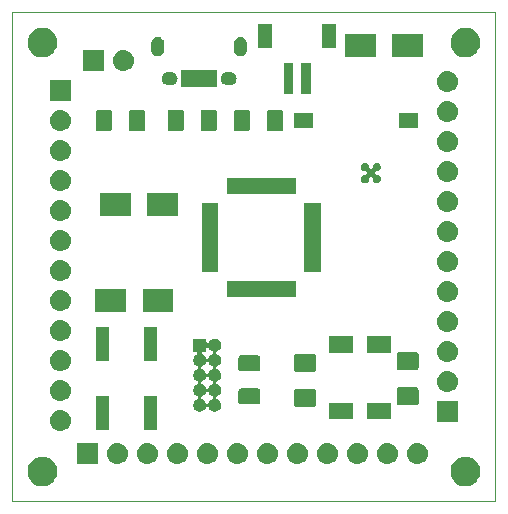
<source format=gbr>
G04 #@! TF.GenerationSoftware,KiCad,Pcbnew,(5.1.4)-1*
G04 #@! TF.CreationDate,2019-10-22T03:03:10-07:00*
G04 #@! TF.ProjectId,SAM_breakout_board,53414d5f-6272-4656-916b-6f75745f626f,rev?*
G04 #@! TF.SameCoordinates,PXd33a380PY5dfc8c0*
G04 #@! TF.FileFunction,Soldermask,Top*
G04 #@! TF.FilePolarity,Negative*
%FSLAX46Y46*%
G04 Gerber Fmt 4.6, Leading zero omitted, Abs format (unit mm)*
G04 Created by KiCad (PCBNEW (5.1.4)-1) date 2019-10-22 03:03:10*
%MOMM*%
%LPD*%
G04 APERTURE LIST*
%ADD10C,0.050000*%
%ADD11C,0.100000*%
G04 APERTURE END LIST*
D10*
X-56642000Y-6350000D02*
X-56642000Y35052000D01*
X-15748000Y-6350000D02*
X-56642000Y-6350000D01*
X-15748000Y35052000D02*
X-15748000Y-6350000D01*
X-56642000Y35052000D02*
X-15748000Y35052000D01*
D11*
G36*
X-17923097Y-2607075D02*
G01*
X-17861797Y-2632466D01*
X-17695429Y-2701378D01*
X-17490534Y-2838285D01*
X-17316285Y-3012534D01*
X-17179378Y-3217429D01*
X-17085075Y-3445097D01*
X-17037000Y-3686787D01*
X-17037000Y-3933213D01*
X-17085075Y-4174903D01*
X-17179378Y-4402571D01*
X-17316285Y-4607466D01*
X-17490534Y-4781715D01*
X-17695429Y-4918622D01*
X-17695430Y-4918623D01*
X-17695431Y-4918623D01*
X-17923097Y-5012925D01*
X-18164786Y-5061000D01*
X-18411214Y-5061000D01*
X-18652903Y-5012925D01*
X-18880569Y-4918623D01*
X-18880570Y-4918623D01*
X-18880571Y-4918622D01*
X-19085466Y-4781715D01*
X-19259715Y-4607466D01*
X-19396622Y-4402571D01*
X-19490925Y-4174903D01*
X-19539000Y-3933213D01*
X-19539000Y-3686787D01*
X-19490925Y-3445097D01*
X-19396622Y-3217429D01*
X-19259715Y-3012534D01*
X-19085466Y-2838285D01*
X-18880571Y-2701378D01*
X-18714202Y-2632466D01*
X-18652903Y-2607075D01*
X-18411214Y-2559000D01*
X-18164786Y-2559000D01*
X-17923097Y-2607075D01*
X-17923097Y-2607075D01*
G37*
G36*
X-53737097Y-2607075D02*
G01*
X-53675797Y-2632466D01*
X-53509429Y-2701378D01*
X-53304534Y-2838285D01*
X-53130285Y-3012534D01*
X-52993378Y-3217429D01*
X-52899075Y-3445097D01*
X-52851000Y-3686787D01*
X-52851000Y-3933213D01*
X-52899075Y-4174903D01*
X-52993378Y-4402571D01*
X-53130285Y-4607466D01*
X-53304534Y-4781715D01*
X-53509429Y-4918622D01*
X-53509430Y-4918623D01*
X-53509431Y-4918623D01*
X-53737097Y-5012925D01*
X-53978786Y-5061000D01*
X-54225214Y-5061000D01*
X-54466903Y-5012925D01*
X-54694569Y-4918623D01*
X-54694570Y-4918623D01*
X-54694571Y-4918622D01*
X-54899466Y-4781715D01*
X-55073715Y-4607466D01*
X-55210622Y-4402571D01*
X-55304925Y-4174903D01*
X-55353000Y-3933213D01*
X-55353000Y-3686787D01*
X-55304925Y-3445097D01*
X-55210622Y-3217429D01*
X-55073715Y-3012534D01*
X-54899466Y-2838285D01*
X-54694571Y-2701378D01*
X-54528202Y-2632466D01*
X-54466903Y-2607075D01*
X-54225214Y-2559000D01*
X-53978786Y-2559000D01*
X-53737097Y-2607075D01*
X-53737097Y-2607075D01*
G37*
G36*
X-24781557Y-1391519D02*
G01*
X-24715373Y-1398037D01*
X-24545534Y-1449557D01*
X-24389009Y-1533222D01*
X-24353271Y-1562552D01*
X-24251814Y-1645814D01*
X-24168552Y-1747271D01*
X-24139222Y-1783009D01*
X-24055557Y-1939534D01*
X-24004037Y-2109373D01*
X-23986641Y-2286000D01*
X-24004037Y-2462627D01*
X-24055557Y-2632466D01*
X-24139222Y-2788991D01*
X-24168552Y-2824729D01*
X-24251814Y-2926186D01*
X-24353271Y-3009448D01*
X-24389009Y-3038778D01*
X-24545534Y-3122443D01*
X-24715373Y-3173963D01*
X-24781557Y-3180481D01*
X-24847740Y-3187000D01*
X-24936260Y-3187000D01*
X-25002443Y-3180481D01*
X-25068627Y-3173963D01*
X-25238466Y-3122443D01*
X-25394991Y-3038778D01*
X-25430729Y-3009448D01*
X-25532186Y-2926186D01*
X-25615448Y-2824729D01*
X-25644778Y-2788991D01*
X-25728443Y-2632466D01*
X-25779963Y-2462627D01*
X-25797359Y-2286000D01*
X-25779963Y-2109373D01*
X-25728443Y-1939534D01*
X-25644778Y-1783009D01*
X-25615448Y-1747271D01*
X-25532186Y-1645814D01*
X-25430729Y-1562552D01*
X-25394991Y-1533222D01*
X-25238466Y-1449557D01*
X-25068627Y-1398037D01*
X-25002443Y-1391519D01*
X-24936260Y-1385000D01*
X-24847740Y-1385000D01*
X-24781557Y-1391519D01*
X-24781557Y-1391519D01*
G37*
G36*
X-27321557Y-1391519D02*
G01*
X-27255373Y-1398037D01*
X-27085534Y-1449557D01*
X-26929009Y-1533222D01*
X-26893271Y-1562552D01*
X-26791814Y-1645814D01*
X-26708552Y-1747271D01*
X-26679222Y-1783009D01*
X-26595557Y-1939534D01*
X-26544037Y-2109373D01*
X-26526641Y-2286000D01*
X-26544037Y-2462627D01*
X-26595557Y-2632466D01*
X-26679222Y-2788991D01*
X-26708552Y-2824729D01*
X-26791814Y-2926186D01*
X-26893271Y-3009448D01*
X-26929009Y-3038778D01*
X-27085534Y-3122443D01*
X-27255373Y-3173963D01*
X-27321557Y-3180481D01*
X-27387740Y-3187000D01*
X-27476260Y-3187000D01*
X-27542443Y-3180481D01*
X-27608627Y-3173963D01*
X-27778466Y-3122443D01*
X-27934991Y-3038778D01*
X-27970729Y-3009448D01*
X-28072186Y-2926186D01*
X-28155448Y-2824729D01*
X-28184778Y-2788991D01*
X-28268443Y-2632466D01*
X-28319963Y-2462627D01*
X-28337359Y-2286000D01*
X-28319963Y-2109373D01*
X-28268443Y-1939534D01*
X-28184778Y-1783009D01*
X-28155448Y-1747271D01*
X-28072186Y-1645814D01*
X-27970729Y-1562552D01*
X-27934991Y-1533222D01*
X-27778466Y-1449557D01*
X-27608627Y-1398037D01*
X-27542443Y-1391519D01*
X-27476260Y-1385000D01*
X-27387740Y-1385000D01*
X-27321557Y-1391519D01*
X-27321557Y-1391519D01*
G37*
G36*
X-29861557Y-1391519D02*
G01*
X-29795373Y-1398037D01*
X-29625534Y-1449557D01*
X-29469009Y-1533222D01*
X-29433271Y-1562552D01*
X-29331814Y-1645814D01*
X-29248552Y-1747271D01*
X-29219222Y-1783009D01*
X-29135557Y-1939534D01*
X-29084037Y-2109373D01*
X-29066641Y-2286000D01*
X-29084037Y-2462627D01*
X-29135557Y-2632466D01*
X-29219222Y-2788991D01*
X-29248552Y-2824729D01*
X-29331814Y-2926186D01*
X-29433271Y-3009448D01*
X-29469009Y-3038778D01*
X-29625534Y-3122443D01*
X-29795373Y-3173963D01*
X-29861557Y-3180481D01*
X-29927740Y-3187000D01*
X-30016260Y-3187000D01*
X-30082443Y-3180481D01*
X-30148627Y-3173963D01*
X-30318466Y-3122443D01*
X-30474991Y-3038778D01*
X-30510729Y-3009448D01*
X-30612186Y-2926186D01*
X-30695448Y-2824729D01*
X-30724778Y-2788991D01*
X-30808443Y-2632466D01*
X-30859963Y-2462627D01*
X-30877359Y-2286000D01*
X-30859963Y-2109373D01*
X-30808443Y-1939534D01*
X-30724778Y-1783009D01*
X-30695448Y-1747271D01*
X-30612186Y-1645814D01*
X-30510729Y-1562552D01*
X-30474991Y-1533222D01*
X-30318466Y-1449557D01*
X-30148627Y-1398037D01*
X-30082443Y-1391519D01*
X-30016260Y-1385000D01*
X-29927740Y-1385000D01*
X-29861557Y-1391519D01*
X-29861557Y-1391519D01*
G37*
G36*
X-32401557Y-1391519D02*
G01*
X-32335373Y-1398037D01*
X-32165534Y-1449557D01*
X-32009009Y-1533222D01*
X-31973271Y-1562552D01*
X-31871814Y-1645814D01*
X-31788552Y-1747271D01*
X-31759222Y-1783009D01*
X-31675557Y-1939534D01*
X-31624037Y-2109373D01*
X-31606641Y-2286000D01*
X-31624037Y-2462627D01*
X-31675557Y-2632466D01*
X-31759222Y-2788991D01*
X-31788552Y-2824729D01*
X-31871814Y-2926186D01*
X-31973271Y-3009448D01*
X-32009009Y-3038778D01*
X-32165534Y-3122443D01*
X-32335373Y-3173963D01*
X-32401557Y-3180481D01*
X-32467740Y-3187000D01*
X-32556260Y-3187000D01*
X-32622443Y-3180481D01*
X-32688627Y-3173963D01*
X-32858466Y-3122443D01*
X-33014991Y-3038778D01*
X-33050729Y-3009448D01*
X-33152186Y-2926186D01*
X-33235448Y-2824729D01*
X-33264778Y-2788991D01*
X-33348443Y-2632466D01*
X-33399963Y-2462627D01*
X-33417359Y-2286000D01*
X-33399963Y-2109373D01*
X-33348443Y-1939534D01*
X-33264778Y-1783009D01*
X-33235448Y-1747271D01*
X-33152186Y-1645814D01*
X-33050729Y-1562552D01*
X-33014991Y-1533222D01*
X-32858466Y-1449557D01*
X-32688627Y-1398037D01*
X-32622443Y-1391519D01*
X-32556260Y-1385000D01*
X-32467740Y-1385000D01*
X-32401557Y-1391519D01*
X-32401557Y-1391519D01*
G37*
G36*
X-34941557Y-1391519D02*
G01*
X-34875373Y-1398037D01*
X-34705534Y-1449557D01*
X-34549009Y-1533222D01*
X-34513271Y-1562552D01*
X-34411814Y-1645814D01*
X-34328552Y-1747271D01*
X-34299222Y-1783009D01*
X-34215557Y-1939534D01*
X-34164037Y-2109373D01*
X-34146641Y-2286000D01*
X-34164037Y-2462627D01*
X-34215557Y-2632466D01*
X-34299222Y-2788991D01*
X-34328552Y-2824729D01*
X-34411814Y-2926186D01*
X-34513271Y-3009448D01*
X-34549009Y-3038778D01*
X-34705534Y-3122443D01*
X-34875373Y-3173963D01*
X-34941557Y-3180481D01*
X-35007740Y-3187000D01*
X-35096260Y-3187000D01*
X-35162443Y-3180481D01*
X-35228627Y-3173963D01*
X-35398466Y-3122443D01*
X-35554991Y-3038778D01*
X-35590729Y-3009448D01*
X-35692186Y-2926186D01*
X-35775448Y-2824729D01*
X-35804778Y-2788991D01*
X-35888443Y-2632466D01*
X-35939963Y-2462627D01*
X-35957359Y-2286000D01*
X-35939963Y-2109373D01*
X-35888443Y-1939534D01*
X-35804778Y-1783009D01*
X-35775448Y-1747271D01*
X-35692186Y-1645814D01*
X-35590729Y-1562552D01*
X-35554991Y-1533222D01*
X-35398466Y-1449557D01*
X-35228627Y-1398037D01*
X-35162443Y-1391519D01*
X-35096260Y-1385000D01*
X-35007740Y-1385000D01*
X-34941557Y-1391519D01*
X-34941557Y-1391519D01*
G37*
G36*
X-37481557Y-1391519D02*
G01*
X-37415373Y-1398037D01*
X-37245534Y-1449557D01*
X-37089009Y-1533222D01*
X-37053271Y-1562552D01*
X-36951814Y-1645814D01*
X-36868552Y-1747271D01*
X-36839222Y-1783009D01*
X-36755557Y-1939534D01*
X-36704037Y-2109373D01*
X-36686641Y-2286000D01*
X-36704037Y-2462627D01*
X-36755557Y-2632466D01*
X-36839222Y-2788991D01*
X-36868552Y-2824729D01*
X-36951814Y-2926186D01*
X-37053271Y-3009448D01*
X-37089009Y-3038778D01*
X-37245534Y-3122443D01*
X-37415373Y-3173963D01*
X-37481557Y-3180481D01*
X-37547740Y-3187000D01*
X-37636260Y-3187000D01*
X-37702443Y-3180481D01*
X-37768627Y-3173963D01*
X-37938466Y-3122443D01*
X-38094991Y-3038778D01*
X-38130729Y-3009448D01*
X-38232186Y-2926186D01*
X-38315448Y-2824729D01*
X-38344778Y-2788991D01*
X-38428443Y-2632466D01*
X-38479963Y-2462627D01*
X-38497359Y-2286000D01*
X-38479963Y-2109373D01*
X-38428443Y-1939534D01*
X-38344778Y-1783009D01*
X-38315448Y-1747271D01*
X-38232186Y-1645814D01*
X-38130729Y-1562552D01*
X-38094991Y-1533222D01*
X-37938466Y-1449557D01*
X-37768627Y-1398037D01*
X-37702443Y-1391519D01*
X-37636260Y-1385000D01*
X-37547740Y-1385000D01*
X-37481557Y-1391519D01*
X-37481557Y-1391519D01*
G37*
G36*
X-40021557Y-1391519D02*
G01*
X-39955373Y-1398037D01*
X-39785534Y-1449557D01*
X-39629009Y-1533222D01*
X-39593271Y-1562552D01*
X-39491814Y-1645814D01*
X-39408552Y-1747271D01*
X-39379222Y-1783009D01*
X-39295557Y-1939534D01*
X-39244037Y-2109373D01*
X-39226641Y-2286000D01*
X-39244037Y-2462627D01*
X-39295557Y-2632466D01*
X-39379222Y-2788991D01*
X-39408552Y-2824729D01*
X-39491814Y-2926186D01*
X-39593271Y-3009448D01*
X-39629009Y-3038778D01*
X-39785534Y-3122443D01*
X-39955373Y-3173963D01*
X-40021557Y-3180481D01*
X-40087740Y-3187000D01*
X-40176260Y-3187000D01*
X-40242443Y-3180481D01*
X-40308627Y-3173963D01*
X-40478466Y-3122443D01*
X-40634991Y-3038778D01*
X-40670729Y-3009448D01*
X-40772186Y-2926186D01*
X-40855448Y-2824729D01*
X-40884778Y-2788991D01*
X-40968443Y-2632466D01*
X-41019963Y-2462627D01*
X-41037359Y-2286000D01*
X-41019963Y-2109373D01*
X-40968443Y-1939534D01*
X-40884778Y-1783009D01*
X-40855448Y-1747271D01*
X-40772186Y-1645814D01*
X-40670729Y-1562552D01*
X-40634991Y-1533222D01*
X-40478466Y-1449557D01*
X-40308627Y-1398037D01*
X-40242443Y-1391519D01*
X-40176260Y-1385000D01*
X-40087740Y-1385000D01*
X-40021557Y-1391519D01*
X-40021557Y-1391519D01*
G37*
G36*
X-42561557Y-1391519D02*
G01*
X-42495373Y-1398037D01*
X-42325534Y-1449557D01*
X-42169009Y-1533222D01*
X-42133271Y-1562552D01*
X-42031814Y-1645814D01*
X-41948552Y-1747271D01*
X-41919222Y-1783009D01*
X-41835557Y-1939534D01*
X-41784037Y-2109373D01*
X-41766641Y-2286000D01*
X-41784037Y-2462627D01*
X-41835557Y-2632466D01*
X-41919222Y-2788991D01*
X-41948552Y-2824729D01*
X-42031814Y-2926186D01*
X-42133271Y-3009448D01*
X-42169009Y-3038778D01*
X-42325534Y-3122443D01*
X-42495373Y-3173963D01*
X-42561557Y-3180481D01*
X-42627740Y-3187000D01*
X-42716260Y-3187000D01*
X-42782443Y-3180481D01*
X-42848627Y-3173963D01*
X-43018466Y-3122443D01*
X-43174991Y-3038778D01*
X-43210729Y-3009448D01*
X-43312186Y-2926186D01*
X-43395448Y-2824729D01*
X-43424778Y-2788991D01*
X-43508443Y-2632466D01*
X-43559963Y-2462627D01*
X-43577359Y-2286000D01*
X-43559963Y-2109373D01*
X-43508443Y-1939534D01*
X-43424778Y-1783009D01*
X-43395448Y-1747271D01*
X-43312186Y-1645814D01*
X-43210729Y-1562552D01*
X-43174991Y-1533222D01*
X-43018466Y-1449557D01*
X-42848627Y-1398037D01*
X-42782443Y-1391519D01*
X-42716260Y-1385000D01*
X-42627740Y-1385000D01*
X-42561557Y-1391519D01*
X-42561557Y-1391519D01*
G37*
G36*
X-45101557Y-1391519D02*
G01*
X-45035373Y-1398037D01*
X-44865534Y-1449557D01*
X-44709009Y-1533222D01*
X-44673271Y-1562552D01*
X-44571814Y-1645814D01*
X-44488552Y-1747271D01*
X-44459222Y-1783009D01*
X-44375557Y-1939534D01*
X-44324037Y-2109373D01*
X-44306641Y-2286000D01*
X-44324037Y-2462627D01*
X-44375557Y-2632466D01*
X-44459222Y-2788991D01*
X-44488552Y-2824729D01*
X-44571814Y-2926186D01*
X-44673271Y-3009448D01*
X-44709009Y-3038778D01*
X-44865534Y-3122443D01*
X-45035373Y-3173963D01*
X-45101557Y-3180481D01*
X-45167740Y-3187000D01*
X-45256260Y-3187000D01*
X-45322443Y-3180481D01*
X-45388627Y-3173963D01*
X-45558466Y-3122443D01*
X-45714991Y-3038778D01*
X-45750729Y-3009448D01*
X-45852186Y-2926186D01*
X-45935448Y-2824729D01*
X-45964778Y-2788991D01*
X-46048443Y-2632466D01*
X-46099963Y-2462627D01*
X-46117359Y-2286000D01*
X-46099963Y-2109373D01*
X-46048443Y-1939534D01*
X-45964778Y-1783009D01*
X-45935448Y-1747271D01*
X-45852186Y-1645814D01*
X-45750729Y-1562552D01*
X-45714991Y-1533222D01*
X-45558466Y-1449557D01*
X-45388627Y-1398037D01*
X-45322443Y-1391519D01*
X-45256260Y-1385000D01*
X-45167740Y-1385000D01*
X-45101557Y-1391519D01*
X-45101557Y-1391519D01*
G37*
G36*
X-47641557Y-1391519D02*
G01*
X-47575373Y-1398037D01*
X-47405534Y-1449557D01*
X-47249009Y-1533222D01*
X-47213271Y-1562552D01*
X-47111814Y-1645814D01*
X-47028552Y-1747271D01*
X-46999222Y-1783009D01*
X-46915557Y-1939534D01*
X-46864037Y-2109373D01*
X-46846641Y-2286000D01*
X-46864037Y-2462627D01*
X-46915557Y-2632466D01*
X-46999222Y-2788991D01*
X-47028552Y-2824729D01*
X-47111814Y-2926186D01*
X-47213271Y-3009448D01*
X-47249009Y-3038778D01*
X-47405534Y-3122443D01*
X-47575373Y-3173963D01*
X-47641557Y-3180481D01*
X-47707740Y-3187000D01*
X-47796260Y-3187000D01*
X-47862443Y-3180481D01*
X-47928627Y-3173963D01*
X-48098466Y-3122443D01*
X-48254991Y-3038778D01*
X-48290729Y-3009448D01*
X-48392186Y-2926186D01*
X-48475448Y-2824729D01*
X-48504778Y-2788991D01*
X-48588443Y-2632466D01*
X-48639963Y-2462627D01*
X-48657359Y-2286000D01*
X-48639963Y-2109373D01*
X-48588443Y-1939534D01*
X-48504778Y-1783009D01*
X-48475448Y-1747271D01*
X-48392186Y-1645814D01*
X-48290729Y-1562552D01*
X-48254991Y-1533222D01*
X-48098466Y-1449557D01*
X-47928627Y-1398037D01*
X-47862443Y-1391519D01*
X-47796260Y-1385000D01*
X-47707740Y-1385000D01*
X-47641557Y-1391519D01*
X-47641557Y-1391519D01*
G37*
G36*
X-49391000Y-3187000D02*
G01*
X-51193000Y-3187000D01*
X-51193000Y-1385000D01*
X-49391000Y-1385000D01*
X-49391000Y-3187000D01*
X-49391000Y-3187000D01*
G37*
G36*
X-22241557Y-1391519D02*
G01*
X-22175373Y-1398037D01*
X-22005534Y-1449557D01*
X-21849009Y-1533222D01*
X-21813271Y-1562552D01*
X-21711814Y-1645814D01*
X-21628552Y-1747271D01*
X-21599222Y-1783009D01*
X-21515557Y-1939534D01*
X-21464037Y-2109373D01*
X-21446641Y-2286000D01*
X-21464037Y-2462627D01*
X-21515557Y-2632466D01*
X-21599222Y-2788991D01*
X-21628552Y-2824729D01*
X-21711814Y-2926186D01*
X-21813271Y-3009448D01*
X-21849009Y-3038778D01*
X-22005534Y-3122443D01*
X-22175373Y-3173963D01*
X-22241557Y-3180481D01*
X-22307740Y-3187000D01*
X-22396260Y-3187000D01*
X-22462443Y-3180481D01*
X-22528627Y-3173963D01*
X-22698466Y-3122443D01*
X-22854991Y-3038778D01*
X-22890729Y-3009448D01*
X-22992186Y-2926186D01*
X-23075448Y-2824729D01*
X-23104778Y-2788991D01*
X-23188443Y-2632466D01*
X-23239963Y-2462627D01*
X-23257359Y-2286000D01*
X-23239963Y-2109373D01*
X-23188443Y-1939534D01*
X-23104778Y-1783009D01*
X-23075448Y-1747271D01*
X-22992186Y-1645814D01*
X-22890729Y-1562552D01*
X-22854991Y-1533222D01*
X-22698466Y-1449557D01*
X-22528627Y-1398037D01*
X-22462443Y-1391519D01*
X-22396260Y-1385000D01*
X-22307740Y-1385000D01*
X-22241557Y-1391519D01*
X-22241557Y-1391519D01*
G37*
G36*
X-52467557Y1402481D02*
G01*
X-52401373Y1395963D01*
X-52231534Y1344443D01*
X-52075009Y1260778D01*
X-52039271Y1231448D01*
X-51937814Y1148186D01*
X-51854552Y1046729D01*
X-51825222Y1010991D01*
X-51741557Y854466D01*
X-51690037Y684627D01*
X-51672641Y508000D01*
X-51690037Y331373D01*
X-51741557Y161534D01*
X-51825222Y5009D01*
X-51854552Y-30729D01*
X-51937814Y-132186D01*
X-52039271Y-215448D01*
X-52075009Y-244778D01*
X-52231534Y-328443D01*
X-52401373Y-379963D01*
X-52467557Y-386481D01*
X-52533740Y-393000D01*
X-52622260Y-393000D01*
X-52688442Y-386482D01*
X-52754627Y-379963D01*
X-52924466Y-328443D01*
X-53080991Y-244778D01*
X-53116729Y-215448D01*
X-53218186Y-132186D01*
X-53301448Y-30729D01*
X-53330778Y5009D01*
X-53414443Y161534D01*
X-53465963Y331373D01*
X-53483359Y508000D01*
X-53465963Y684627D01*
X-53414443Y854466D01*
X-53330778Y1010991D01*
X-53301448Y1046729D01*
X-53218186Y1148186D01*
X-53116729Y1231448D01*
X-53080991Y1260778D01*
X-52924466Y1344443D01*
X-52754627Y1395963D01*
X-52688442Y1402482D01*
X-52622260Y1409000D01*
X-52533740Y1409000D01*
X-52467557Y1402481D01*
X-52467557Y1402481D01*
G37*
G36*
X-48439000Y-287000D02*
G01*
X-49541000Y-287000D01*
X-49541000Y2615000D01*
X-48439000Y2615000D01*
X-48439000Y-287000D01*
X-48439000Y-287000D01*
G37*
G36*
X-44439000Y-287000D02*
G01*
X-45541000Y-287000D01*
X-45541000Y2615000D01*
X-44439000Y2615000D01*
X-44439000Y-287000D01*
X-44439000Y-287000D01*
G37*
G36*
X-18911000Y369000D02*
G01*
X-20713000Y369000D01*
X-20713000Y2171000D01*
X-18911000Y2171000D01*
X-18911000Y369000D01*
X-18911000Y369000D01*
G37*
G36*
X-27822520Y615420D02*
G01*
X-29824520Y615420D01*
X-29824520Y2017420D01*
X-27822520Y2017420D01*
X-27822520Y615420D01*
X-27822520Y615420D01*
G37*
G36*
X-24622520Y615420D02*
G01*
X-26624520Y615420D01*
X-26624520Y2017420D01*
X-24622520Y2017420D01*
X-24622520Y615420D01*
X-24622520Y615420D01*
G37*
G36*
X-40231240Y7216295D02*
G01*
X-40228838Y7191909D01*
X-40221725Y7168460D01*
X-40210174Y7146849D01*
X-40194629Y7127907D01*
X-40175687Y7112362D01*
X-40154076Y7100811D01*
X-40130627Y7093698D01*
X-40106241Y7091296D01*
X-40081855Y7093698D01*
X-40058406Y7100811D01*
X-40036795Y7112362D01*
X-40017853Y7127907D01*
X-40002308Y7146849D01*
X-39996007Y7157362D01*
X-39972596Y7201160D01*
X-39903741Y7285061D01*
X-39895824Y7291558D01*
X-39819840Y7353917D01*
X-39751295Y7390555D01*
X-39724119Y7405081D01*
X-39620255Y7436587D01*
X-39539307Y7444560D01*
X-39485173Y7444560D01*
X-39404225Y7436587D01*
X-39300361Y7405081D01*
X-39273185Y7390555D01*
X-39204640Y7353917D01*
X-39120739Y7285061D01*
X-39051883Y7201160D01*
X-39015245Y7132615D01*
X-39000719Y7105439D01*
X-38969213Y7001575D01*
X-38958574Y6893560D01*
X-38969213Y6785545D01*
X-39000719Y6681681D01*
X-39001049Y6681064D01*
X-39051883Y6585960D01*
X-39120739Y6502059D01*
X-39204640Y6433203D01*
X-39273185Y6396565D01*
X-39300361Y6382039D01*
X-39313109Y6378172D01*
X-39335736Y6368800D01*
X-39356110Y6355186D01*
X-39373437Y6337859D01*
X-39387051Y6317485D01*
X-39396428Y6294846D01*
X-39401209Y6270813D01*
X-39401209Y6246309D01*
X-39396429Y6222275D01*
X-39387052Y6199636D01*
X-39373438Y6179262D01*
X-39356111Y6161935D01*
X-39335737Y6148321D01*
X-39313109Y6138948D01*
X-39300361Y6135081D01*
X-39281808Y6125164D01*
X-39204640Y6083917D01*
X-39120739Y6015061D01*
X-39051883Y5931160D01*
X-39015245Y5862615D01*
X-39000719Y5835439D01*
X-38969213Y5731575D01*
X-38958574Y5623560D01*
X-38969213Y5515545D01*
X-39000719Y5411681D01*
X-39000721Y5411678D01*
X-39051883Y5315960D01*
X-39120739Y5232059D01*
X-39204640Y5163203D01*
X-39273185Y5126565D01*
X-39300361Y5112039D01*
X-39313109Y5108172D01*
X-39335736Y5098800D01*
X-39356110Y5085186D01*
X-39373437Y5067859D01*
X-39387051Y5047485D01*
X-39396428Y5024846D01*
X-39401209Y5000813D01*
X-39401209Y4976309D01*
X-39396429Y4952275D01*
X-39387052Y4929636D01*
X-39373438Y4909262D01*
X-39356111Y4891935D01*
X-39335737Y4878321D01*
X-39313109Y4868948D01*
X-39300361Y4865081D01*
X-39273185Y4850555D01*
X-39204640Y4813917D01*
X-39120739Y4745061D01*
X-39051883Y4661160D01*
X-39043188Y4644892D01*
X-39000719Y4565439D01*
X-38969213Y4461575D01*
X-38958574Y4353560D01*
X-38969213Y4245545D01*
X-39000719Y4141681D01*
X-39000721Y4141678D01*
X-39051883Y4045960D01*
X-39120739Y3962059D01*
X-39204640Y3893203D01*
X-39273185Y3856565D01*
X-39300361Y3842039D01*
X-39313109Y3838172D01*
X-39335736Y3828800D01*
X-39356110Y3815186D01*
X-39373437Y3797859D01*
X-39387051Y3777485D01*
X-39396428Y3754846D01*
X-39401209Y3730813D01*
X-39401209Y3706309D01*
X-39396429Y3682275D01*
X-39387052Y3659636D01*
X-39373438Y3639262D01*
X-39356111Y3621935D01*
X-39335737Y3608321D01*
X-39313109Y3598948D01*
X-39300361Y3595081D01*
X-39273185Y3580555D01*
X-39204640Y3543917D01*
X-39120739Y3475061D01*
X-39051883Y3391160D01*
X-39015245Y3322615D01*
X-39000719Y3295439D01*
X-38969213Y3191575D01*
X-38958574Y3083560D01*
X-38969213Y2975545D01*
X-39000719Y2871681D01*
X-39000721Y2871678D01*
X-39051883Y2775960D01*
X-39120739Y2692059D01*
X-39204640Y2623203D01*
X-39273185Y2586565D01*
X-39300361Y2572039D01*
X-39313109Y2568172D01*
X-39335736Y2558800D01*
X-39356110Y2545186D01*
X-39373437Y2527859D01*
X-39387051Y2507485D01*
X-39396428Y2484846D01*
X-39401209Y2460813D01*
X-39401209Y2436309D01*
X-39396429Y2412275D01*
X-39387052Y2389636D01*
X-39373438Y2369262D01*
X-39356111Y2351935D01*
X-39335737Y2338321D01*
X-39313109Y2328948D01*
X-39300361Y2325081D01*
X-39273185Y2310555D01*
X-39204640Y2273917D01*
X-39120739Y2205061D01*
X-39051883Y2121160D01*
X-39030764Y2081648D01*
X-39000719Y2025439D01*
X-38969213Y1921575D01*
X-38958574Y1813560D01*
X-38969213Y1705545D01*
X-39000719Y1601681D01*
X-39000721Y1601678D01*
X-39051883Y1505960D01*
X-39120739Y1422059D01*
X-39204640Y1353203D01*
X-39273185Y1316565D01*
X-39300361Y1302039D01*
X-39404225Y1270533D01*
X-39485173Y1262560D01*
X-39539307Y1262560D01*
X-39620255Y1270533D01*
X-39724119Y1302039D01*
X-39751295Y1316565D01*
X-39819840Y1353203D01*
X-39903741Y1422059D01*
X-39972597Y1505960D01*
X-40023759Y1601678D01*
X-40023761Y1601681D01*
X-40027628Y1614429D01*
X-40037000Y1637056D01*
X-40050614Y1657430D01*
X-40067941Y1674757D01*
X-40088315Y1688371D01*
X-40110954Y1697748D01*
X-40134987Y1702529D01*
X-40159491Y1702529D01*
X-40183525Y1697749D01*
X-40206164Y1688372D01*
X-40226538Y1674758D01*
X-40243865Y1657431D01*
X-40257479Y1637057D01*
X-40266852Y1614429D01*
X-40270719Y1601681D01*
X-40270721Y1601678D01*
X-40321883Y1505960D01*
X-40390739Y1422059D01*
X-40474640Y1353203D01*
X-40543185Y1316565D01*
X-40570361Y1302039D01*
X-40674225Y1270533D01*
X-40755173Y1262560D01*
X-40809307Y1262560D01*
X-40890255Y1270533D01*
X-40994119Y1302039D01*
X-41021295Y1316565D01*
X-41089840Y1353203D01*
X-41173741Y1422059D01*
X-41242597Y1505960D01*
X-41293759Y1601678D01*
X-41293761Y1601681D01*
X-41325267Y1705545D01*
X-41335906Y1813560D01*
X-41325267Y1921575D01*
X-41293761Y2025439D01*
X-41263716Y2081648D01*
X-41242597Y2121160D01*
X-41173741Y2205061D01*
X-41089840Y2273917D01*
X-41021295Y2310555D01*
X-40994119Y2325081D01*
X-40981371Y2328948D01*
X-40958744Y2338320D01*
X-40938370Y2351934D01*
X-40921043Y2369261D01*
X-40907429Y2389635D01*
X-40898052Y2412274D01*
X-40893271Y2436307D01*
X-40893271Y2460811D01*
X-40893271Y2460813D01*
X-40671209Y2460813D01*
X-40671209Y2436309D01*
X-40666429Y2412275D01*
X-40657052Y2389636D01*
X-40643438Y2369262D01*
X-40626111Y2351935D01*
X-40605737Y2338321D01*
X-40583109Y2328948D01*
X-40570361Y2325081D01*
X-40543185Y2310555D01*
X-40474640Y2273917D01*
X-40390739Y2205061D01*
X-40321883Y2121160D01*
X-40300764Y2081648D01*
X-40270719Y2025439D01*
X-40266852Y2012691D01*
X-40257480Y1990064D01*
X-40243866Y1969690D01*
X-40226539Y1952363D01*
X-40206165Y1938749D01*
X-40183526Y1929372D01*
X-40159493Y1924591D01*
X-40134989Y1924591D01*
X-40110955Y1929371D01*
X-40088316Y1938748D01*
X-40067942Y1952362D01*
X-40050615Y1969689D01*
X-40037001Y1990063D01*
X-40027628Y2012691D01*
X-40023761Y2025439D01*
X-39993716Y2081648D01*
X-39972597Y2121160D01*
X-39903741Y2205061D01*
X-39819840Y2273917D01*
X-39751295Y2310555D01*
X-39724119Y2325081D01*
X-39711371Y2328948D01*
X-39688744Y2338320D01*
X-39668370Y2351934D01*
X-39651043Y2369261D01*
X-39637429Y2389635D01*
X-39628052Y2412274D01*
X-39623271Y2436307D01*
X-39623271Y2460811D01*
X-39628051Y2484845D01*
X-39637428Y2507484D01*
X-39651042Y2527858D01*
X-39668369Y2545185D01*
X-39688743Y2558799D01*
X-39711371Y2568172D01*
X-39724119Y2572039D01*
X-39751295Y2586565D01*
X-39819840Y2623203D01*
X-39903741Y2692059D01*
X-39972597Y2775960D01*
X-40023759Y2871678D01*
X-40023761Y2871681D01*
X-40027628Y2884429D01*
X-40037000Y2907056D01*
X-40050614Y2927430D01*
X-40067941Y2944757D01*
X-40088315Y2958371D01*
X-40110954Y2967748D01*
X-40134987Y2972529D01*
X-40159491Y2972529D01*
X-40183525Y2967749D01*
X-40206164Y2958372D01*
X-40226538Y2944758D01*
X-40243865Y2927431D01*
X-40257479Y2907057D01*
X-40266852Y2884429D01*
X-40270719Y2871681D01*
X-40270721Y2871678D01*
X-40321883Y2775960D01*
X-40390739Y2692059D01*
X-40474640Y2623203D01*
X-40543185Y2586565D01*
X-40570361Y2572039D01*
X-40583109Y2568172D01*
X-40605736Y2558800D01*
X-40626110Y2545186D01*
X-40643437Y2527859D01*
X-40657051Y2507485D01*
X-40666428Y2484846D01*
X-40671209Y2460813D01*
X-40893271Y2460813D01*
X-40898051Y2484845D01*
X-40907428Y2507484D01*
X-40921042Y2527858D01*
X-40938369Y2545185D01*
X-40958743Y2558799D01*
X-40981371Y2568172D01*
X-40994119Y2572039D01*
X-41021295Y2586565D01*
X-41089840Y2623203D01*
X-41173741Y2692059D01*
X-41242597Y2775960D01*
X-41293759Y2871678D01*
X-41293761Y2871681D01*
X-41325267Y2975545D01*
X-41335906Y3083560D01*
X-41325267Y3191575D01*
X-41293761Y3295439D01*
X-41279235Y3322615D01*
X-41242597Y3391160D01*
X-41173741Y3475061D01*
X-41089840Y3543917D01*
X-41021295Y3580555D01*
X-40994119Y3595081D01*
X-40981371Y3598948D01*
X-40958744Y3608320D01*
X-40938370Y3621934D01*
X-40921043Y3639261D01*
X-40907429Y3659635D01*
X-40898052Y3682274D01*
X-40893271Y3706307D01*
X-40893271Y3730811D01*
X-40893271Y3730813D01*
X-40671209Y3730813D01*
X-40671209Y3706309D01*
X-40666429Y3682275D01*
X-40657052Y3659636D01*
X-40643438Y3639262D01*
X-40626111Y3621935D01*
X-40605737Y3608321D01*
X-40583109Y3598948D01*
X-40570361Y3595081D01*
X-40543185Y3580555D01*
X-40474640Y3543917D01*
X-40390739Y3475061D01*
X-40321883Y3391160D01*
X-40285245Y3322615D01*
X-40270719Y3295439D01*
X-40266852Y3282691D01*
X-40257480Y3260064D01*
X-40243866Y3239690D01*
X-40226539Y3222363D01*
X-40206165Y3208749D01*
X-40183526Y3199372D01*
X-40159493Y3194591D01*
X-40134989Y3194591D01*
X-40110955Y3199371D01*
X-40088316Y3208748D01*
X-40067942Y3222362D01*
X-40050615Y3239689D01*
X-40037001Y3260063D01*
X-40027628Y3282691D01*
X-40023761Y3295439D01*
X-40009235Y3322615D01*
X-39972597Y3391160D01*
X-39903741Y3475061D01*
X-39819840Y3543917D01*
X-39751295Y3580555D01*
X-39724119Y3595081D01*
X-39711371Y3598948D01*
X-39688744Y3608320D01*
X-39668370Y3621934D01*
X-39651043Y3639261D01*
X-39637429Y3659635D01*
X-39628052Y3682274D01*
X-39623271Y3706307D01*
X-39623271Y3730811D01*
X-39628051Y3754845D01*
X-39637428Y3777484D01*
X-39651042Y3797858D01*
X-39668369Y3815185D01*
X-39688743Y3828799D01*
X-39711371Y3838172D01*
X-39724119Y3842039D01*
X-39751295Y3856565D01*
X-39819840Y3893203D01*
X-39903741Y3962059D01*
X-39972597Y4045960D01*
X-40023759Y4141678D01*
X-40023761Y4141681D01*
X-40027628Y4154429D01*
X-40037000Y4177056D01*
X-40050614Y4197430D01*
X-40067941Y4214757D01*
X-40088315Y4228371D01*
X-40110954Y4237748D01*
X-40134987Y4242529D01*
X-40159491Y4242529D01*
X-40183525Y4237749D01*
X-40206164Y4228372D01*
X-40226538Y4214758D01*
X-40243865Y4197431D01*
X-40257479Y4177057D01*
X-40266852Y4154429D01*
X-40270719Y4141681D01*
X-40270721Y4141678D01*
X-40321883Y4045960D01*
X-40390739Y3962059D01*
X-40474640Y3893203D01*
X-40543185Y3856565D01*
X-40570361Y3842039D01*
X-40583109Y3838172D01*
X-40605736Y3828800D01*
X-40626110Y3815186D01*
X-40643437Y3797859D01*
X-40657051Y3777485D01*
X-40666428Y3754846D01*
X-40671209Y3730813D01*
X-40893271Y3730813D01*
X-40898051Y3754845D01*
X-40907428Y3777484D01*
X-40921042Y3797858D01*
X-40938369Y3815185D01*
X-40958743Y3828799D01*
X-40981371Y3838172D01*
X-40994119Y3842039D01*
X-41021295Y3856565D01*
X-41089840Y3893203D01*
X-41173741Y3962059D01*
X-41242597Y4045960D01*
X-41293759Y4141678D01*
X-41293761Y4141681D01*
X-41325267Y4245545D01*
X-41335906Y4353560D01*
X-41325267Y4461575D01*
X-41293761Y4565439D01*
X-41251292Y4644892D01*
X-41242597Y4661160D01*
X-41173741Y4745061D01*
X-41089840Y4813917D01*
X-41021295Y4850555D01*
X-40994119Y4865081D01*
X-40981371Y4868948D01*
X-40958744Y4878320D01*
X-40938370Y4891934D01*
X-40921043Y4909261D01*
X-40907429Y4929635D01*
X-40898052Y4952274D01*
X-40893271Y4976307D01*
X-40893271Y5000811D01*
X-40893271Y5000813D01*
X-40671209Y5000813D01*
X-40671209Y4976309D01*
X-40666429Y4952275D01*
X-40657052Y4929636D01*
X-40643438Y4909262D01*
X-40626111Y4891935D01*
X-40605737Y4878321D01*
X-40583109Y4868948D01*
X-40570361Y4865081D01*
X-40543185Y4850555D01*
X-40474640Y4813917D01*
X-40390739Y4745061D01*
X-40321883Y4661160D01*
X-40313188Y4644892D01*
X-40270719Y4565439D01*
X-40266852Y4552691D01*
X-40257480Y4530064D01*
X-40243866Y4509690D01*
X-40226539Y4492363D01*
X-40206165Y4478749D01*
X-40183526Y4469372D01*
X-40159493Y4464591D01*
X-40134989Y4464591D01*
X-40110955Y4469371D01*
X-40088316Y4478748D01*
X-40067942Y4492362D01*
X-40050615Y4509689D01*
X-40037001Y4530063D01*
X-40027628Y4552691D01*
X-40023761Y4565439D01*
X-39981292Y4644892D01*
X-39972597Y4661160D01*
X-39903741Y4745061D01*
X-39819840Y4813917D01*
X-39751295Y4850555D01*
X-39724119Y4865081D01*
X-39711371Y4868948D01*
X-39688744Y4878320D01*
X-39668370Y4891934D01*
X-39651043Y4909261D01*
X-39637429Y4929635D01*
X-39628052Y4952274D01*
X-39623271Y4976307D01*
X-39623271Y5000811D01*
X-39628051Y5024845D01*
X-39637428Y5047484D01*
X-39651042Y5067858D01*
X-39668369Y5085185D01*
X-39688743Y5098799D01*
X-39711371Y5108172D01*
X-39724119Y5112039D01*
X-39751295Y5126565D01*
X-39819840Y5163203D01*
X-39903741Y5232059D01*
X-39972597Y5315960D01*
X-40023759Y5411678D01*
X-40023761Y5411681D01*
X-40027628Y5424429D01*
X-40037000Y5447056D01*
X-40050614Y5467430D01*
X-40067941Y5484757D01*
X-40088315Y5498371D01*
X-40110954Y5507748D01*
X-40134987Y5512529D01*
X-40159491Y5512529D01*
X-40183525Y5507749D01*
X-40206164Y5498372D01*
X-40226538Y5484758D01*
X-40243865Y5467431D01*
X-40257479Y5447057D01*
X-40266852Y5424429D01*
X-40270719Y5411681D01*
X-40270721Y5411678D01*
X-40321883Y5315960D01*
X-40390739Y5232059D01*
X-40474640Y5163203D01*
X-40543185Y5126565D01*
X-40570361Y5112039D01*
X-40583109Y5108172D01*
X-40605736Y5098800D01*
X-40626110Y5085186D01*
X-40643437Y5067859D01*
X-40657051Y5047485D01*
X-40666428Y5024846D01*
X-40671209Y5000813D01*
X-40893271Y5000813D01*
X-40898051Y5024845D01*
X-40907428Y5047484D01*
X-40921042Y5067858D01*
X-40938369Y5085185D01*
X-40958743Y5098799D01*
X-40981371Y5108172D01*
X-40994119Y5112039D01*
X-41021295Y5126565D01*
X-41089840Y5163203D01*
X-41173741Y5232059D01*
X-41242597Y5315960D01*
X-41293759Y5411678D01*
X-41293761Y5411681D01*
X-41325267Y5515545D01*
X-41335906Y5623560D01*
X-41325267Y5731575D01*
X-41293761Y5835439D01*
X-41279235Y5862615D01*
X-41242597Y5931160D01*
X-41173741Y6015061D01*
X-41089841Y6083915D01*
X-41089842Y6083915D01*
X-41089840Y6083916D01*
X-41046047Y6107324D01*
X-41025677Y6120935D01*
X-41008350Y6138262D01*
X-40994736Y6158636D01*
X-40985359Y6181275D01*
X-40980578Y6205308D01*
X-40980578Y6217561D01*
X-40584504Y6217561D01*
X-40582102Y6193175D01*
X-40574989Y6169726D01*
X-40563438Y6148115D01*
X-40547893Y6129173D01*
X-40528951Y6113628D01*
X-40518438Y6107327D01*
X-40474640Y6083916D01*
X-40474638Y6083915D01*
X-40474639Y6083915D01*
X-40390739Y6015061D01*
X-40321883Y5931160D01*
X-40285245Y5862615D01*
X-40270719Y5835439D01*
X-40266852Y5822691D01*
X-40257480Y5800064D01*
X-40243866Y5779690D01*
X-40226539Y5762363D01*
X-40206165Y5748749D01*
X-40183526Y5739372D01*
X-40159493Y5734591D01*
X-40134989Y5734591D01*
X-40110955Y5739371D01*
X-40088316Y5748748D01*
X-40067942Y5762362D01*
X-40050615Y5779689D01*
X-40037001Y5800063D01*
X-40027628Y5822691D01*
X-40023761Y5835439D01*
X-40009235Y5862615D01*
X-39972597Y5931160D01*
X-39903741Y6015061D01*
X-39819840Y6083917D01*
X-39742672Y6125164D01*
X-39724119Y6135081D01*
X-39711371Y6138948D01*
X-39688744Y6148320D01*
X-39668370Y6161934D01*
X-39651043Y6179261D01*
X-39637429Y6199635D01*
X-39628052Y6222274D01*
X-39623271Y6246307D01*
X-39623271Y6270811D01*
X-39628051Y6294845D01*
X-39637428Y6317484D01*
X-39651042Y6337858D01*
X-39668369Y6355185D01*
X-39688743Y6368799D01*
X-39711371Y6378172D01*
X-39724119Y6382039D01*
X-39751295Y6396565D01*
X-39819840Y6433203D01*
X-39903741Y6502059D01*
X-39972595Y6585959D01*
X-39972596Y6585960D01*
X-39996004Y6629753D01*
X-40009615Y6650123D01*
X-40026942Y6667450D01*
X-40047316Y6681064D01*
X-40069955Y6690441D01*
X-40093988Y6695222D01*
X-40118492Y6695222D01*
X-40142526Y6690442D01*
X-40165164Y6681065D01*
X-40185539Y6667451D01*
X-40202866Y6650124D01*
X-40216480Y6629750D01*
X-40225857Y6607111D01*
X-40230638Y6583078D01*
X-40231240Y6570825D01*
X-40231240Y6342560D01*
X-40459505Y6342560D01*
X-40483891Y6340158D01*
X-40507340Y6333045D01*
X-40528951Y6321494D01*
X-40547893Y6305949D01*
X-40563438Y6287007D01*
X-40574989Y6265396D01*
X-40582102Y6241947D01*
X-40584504Y6217561D01*
X-40980578Y6217561D01*
X-40980578Y6229812D01*
X-40985358Y6253846D01*
X-40994735Y6276484D01*
X-41008349Y6296859D01*
X-41025676Y6314186D01*
X-41046050Y6327800D01*
X-41068689Y6337177D01*
X-41092722Y6341958D01*
X-41104975Y6342560D01*
X-41333240Y6342560D01*
X-41333240Y7444560D01*
X-40231240Y7444560D01*
X-40231240Y7216295D01*
X-40231240Y7216295D01*
G37*
G36*
X-31101438Y3172319D02*
G01*
X-31066519Y3161726D01*
X-31034337Y3144524D01*
X-31006127Y3121373D01*
X-30982976Y3093163D01*
X-30965774Y3060981D01*
X-30955181Y3026062D01*
X-30951000Y2983605D01*
X-30951000Y1842395D01*
X-30955181Y1799938D01*
X-30965774Y1765019D01*
X-30982976Y1732837D01*
X-31006127Y1704627D01*
X-31034337Y1681476D01*
X-31066519Y1664274D01*
X-31101438Y1653681D01*
X-31143895Y1649500D01*
X-32610105Y1649500D01*
X-32652562Y1653681D01*
X-32687481Y1664274D01*
X-32719663Y1681476D01*
X-32747873Y1704627D01*
X-32771024Y1732837D01*
X-32788226Y1765019D01*
X-32798819Y1799938D01*
X-32803000Y1842395D01*
X-32803000Y2983605D01*
X-32798819Y3026062D01*
X-32788226Y3060981D01*
X-32771024Y3093163D01*
X-32747873Y3121373D01*
X-32719663Y3144524D01*
X-32687481Y3161726D01*
X-32652562Y3172319D01*
X-32610105Y3176500D01*
X-31143895Y3176500D01*
X-31101438Y3172319D01*
X-31101438Y3172319D01*
G37*
G36*
X-22407018Y3311359D02*
G01*
X-22372099Y3300766D01*
X-22339917Y3283564D01*
X-22311707Y3260413D01*
X-22288556Y3232203D01*
X-22271354Y3200021D01*
X-22260761Y3165102D01*
X-22256580Y3122645D01*
X-22256580Y1981435D01*
X-22260761Y1938978D01*
X-22271354Y1904059D01*
X-22288556Y1871877D01*
X-22311707Y1843667D01*
X-22339917Y1820516D01*
X-22372099Y1803314D01*
X-22407018Y1792721D01*
X-22449475Y1788540D01*
X-23915685Y1788540D01*
X-23958142Y1792721D01*
X-23993061Y1803314D01*
X-24025243Y1820516D01*
X-24053453Y1843667D01*
X-24076604Y1871877D01*
X-24093806Y1904059D01*
X-24104399Y1938978D01*
X-24108580Y1981435D01*
X-24108580Y3122645D01*
X-24104399Y3165102D01*
X-24093806Y3200021D01*
X-24076604Y3232203D01*
X-24053453Y3260413D01*
X-24025243Y3283564D01*
X-23993061Y3300766D01*
X-23958142Y3311359D01*
X-23915685Y3315540D01*
X-22449475Y3315540D01*
X-22407018Y3311359D01*
X-22407018Y3311359D01*
G37*
G36*
X-35807396Y3211653D02*
G01*
X-35770856Y3200568D01*
X-35737179Y3182567D01*
X-35707659Y3158341D01*
X-35683433Y3128821D01*
X-35665432Y3095144D01*
X-35654347Y3058604D01*
X-35650000Y3014462D01*
X-35650000Y2065538D01*
X-35654347Y2021396D01*
X-35665432Y1984856D01*
X-35683433Y1951179D01*
X-35707659Y1921659D01*
X-35737179Y1897433D01*
X-35770856Y1879432D01*
X-35807396Y1868347D01*
X-35851538Y1864000D01*
X-37300462Y1864000D01*
X-37344604Y1868347D01*
X-37381144Y1879432D01*
X-37414821Y1897433D01*
X-37444341Y1921659D01*
X-37468567Y1951179D01*
X-37486568Y1984856D01*
X-37497653Y2021396D01*
X-37502000Y2065538D01*
X-37502000Y3014462D01*
X-37497653Y3058604D01*
X-37486568Y3095144D01*
X-37468567Y3128821D01*
X-37444341Y3158341D01*
X-37414821Y3182567D01*
X-37381144Y3200568D01*
X-37344604Y3211653D01*
X-37300462Y3216000D01*
X-35851538Y3216000D01*
X-35807396Y3211653D01*
X-35807396Y3211653D01*
G37*
G36*
X-52467558Y3942482D02*
G01*
X-52401373Y3935963D01*
X-52231534Y3884443D01*
X-52075009Y3800778D01*
X-52039271Y3771448D01*
X-51937814Y3688186D01*
X-51872271Y3608320D01*
X-51825222Y3550991D01*
X-51741557Y3394466D01*
X-51690037Y3224627D01*
X-51672641Y3048000D01*
X-51690037Y2871373D01*
X-51741557Y2701534D01*
X-51741558Y2701532D01*
X-51783389Y2623272D01*
X-51825222Y2545009D01*
X-51835439Y2532560D01*
X-51937814Y2407814D01*
X-52022493Y2338321D01*
X-52075009Y2295222D01*
X-52231534Y2211557D01*
X-52401373Y2160037D01*
X-52467558Y2153518D01*
X-52533740Y2147000D01*
X-52622260Y2147000D01*
X-52688442Y2153518D01*
X-52754627Y2160037D01*
X-52924466Y2211557D01*
X-53080991Y2295222D01*
X-53133507Y2338321D01*
X-53218186Y2407814D01*
X-53320561Y2532560D01*
X-53330778Y2545009D01*
X-53372611Y2623272D01*
X-53414442Y2701532D01*
X-53414443Y2701534D01*
X-53465963Y2871373D01*
X-53483359Y3048000D01*
X-53465963Y3224627D01*
X-53414443Y3394466D01*
X-53330778Y3550991D01*
X-53283729Y3608320D01*
X-53218186Y3688186D01*
X-53116729Y3771448D01*
X-53080991Y3800778D01*
X-52924466Y3884443D01*
X-52754627Y3935963D01*
X-52688442Y3942482D01*
X-52622260Y3949000D01*
X-52533740Y3949000D01*
X-52467558Y3942482D01*
X-52467558Y3942482D01*
G37*
G36*
X-19701557Y4704481D02*
G01*
X-19635373Y4697963D01*
X-19465534Y4646443D01*
X-19309009Y4562778D01*
X-19296733Y4552703D01*
X-19171814Y4450186D01*
X-19092516Y4353560D01*
X-19059222Y4312991D01*
X-18975557Y4156466D01*
X-18924037Y3986627D01*
X-18906641Y3810000D01*
X-18924037Y3633373D01*
X-18975557Y3463534D01*
X-19059222Y3307009D01*
X-19078463Y3283564D01*
X-19171814Y3169814D01*
X-19261970Y3095826D01*
X-19309009Y3057222D01*
X-19465534Y2973557D01*
X-19635373Y2922037D01*
X-19701558Y2915518D01*
X-19767740Y2909000D01*
X-19856260Y2909000D01*
X-19922442Y2915518D01*
X-19988627Y2922037D01*
X-20158466Y2973557D01*
X-20314991Y3057222D01*
X-20362030Y3095826D01*
X-20452186Y3169814D01*
X-20545537Y3283564D01*
X-20564778Y3307009D01*
X-20648443Y3463534D01*
X-20699963Y3633373D01*
X-20717359Y3810000D01*
X-20699963Y3986627D01*
X-20648443Y4156466D01*
X-20564778Y4312991D01*
X-20531484Y4353560D01*
X-20452186Y4450186D01*
X-20327267Y4552703D01*
X-20314991Y4562778D01*
X-20158466Y4646443D01*
X-19988627Y4697963D01*
X-19922443Y4704481D01*
X-19856260Y4711000D01*
X-19767740Y4711000D01*
X-19701557Y4704481D01*
X-19701557Y4704481D01*
G37*
G36*
X-31101438Y6147319D02*
G01*
X-31066519Y6136726D01*
X-31034337Y6119524D01*
X-31006127Y6096373D01*
X-30982976Y6068163D01*
X-30965774Y6035981D01*
X-30955181Y6001062D01*
X-30951000Y5958605D01*
X-30951000Y4817395D01*
X-30955181Y4774938D01*
X-30965774Y4740019D01*
X-30982976Y4707837D01*
X-31006127Y4679627D01*
X-31034337Y4656476D01*
X-31066519Y4639274D01*
X-31101438Y4628681D01*
X-31143895Y4624500D01*
X-32610105Y4624500D01*
X-32652562Y4628681D01*
X-32687481Y4639274D01*
X-32719663Y4656476D01*
X-32747873Y4679627D01*
X-32771024Y4707837D01*
X-32788226Y4740019D01*
X-32798819Y4774938D01*
X-32803000Y4817395D01*
X-32803000Y5958605D01*
X-32798819Y6001062D01*
X-32788226Y6035981D01*
X-32771024Y6068163D01*
X-32747873Y6096373D01*
X-32719663Y6119524D01*
X-32687481Y6136726D01*
X-32652562Y6147319D01*
X-32610105Y6151500D01*
X-31143895Y6151500D01*
X-31101438Y6147319D01*
X-31101438Y6147319D01*
G37*
G36*
X-35807396Y6011653D02*
G01*
X-35770856Y6000568D01*
X-35737179Y5982567D01*
X-35707659Y5958341D01*
X-35683433Y5928821D01*
X-35665432Y5895144D01*
X-35654347Y5858604D01*
X-35650000Y5814462D01*
X-35650000Y4865538D01*
X-35654347Y4821396D01*
X-35665432Y4784856D01*
X-35683433Y4751179D01*
X-35707659Y4721659D01*
X-35737179Y4697433D01*
X-35770856Y4679432D01*
X-35807396Y4668347D01*
X-35851538Y4664000D01*
X-37300462Y4664000D01*
X-37344604Y4668347D01*
X-37381144Y4679432D01*
X-37414821Y4697433D01*
X-37444341Y4721659D01*
X-37468567Y4751179D01*
X-37486568Y4784856D01*
X-37497653Y4821396D01*
X-37502000Y4865538D01*
X-37502000Y5814462D01*
X-37497653Y5858604D01*
X-37486568Y5895144D01*
X-37468567Y5928821D01*
X-37444341Y5958341D01*
X-37414821Y5982567D01*
X-37381144Y6000568D01*
X-37344604Y6011653D01*
X-37300462Y6016000D01*
X-35851538Y6016000D01*
X-35807396Y6011653D01*
X-35807396Y6011653D01*
G37*
G36*
X-52467557Y6482481D02*
G01*
X-52401373Y6475963D01*
X-52231534Y6424443D01*
X-52075009Y6340778D01*
X-52042607Y6314186D01*
X-51937814Y6228186D01*
X-51862756Y6136726D01*
X-51825222Y6090991D01*
X-51741557Y5934466D01*
X-51690037Y5764627D01*
X-51672641Y5588000D01*
X-51690037Y5411373D01*
X-51741557Y5241534D01*
X-51741558Y5241532D01*
X-51783390Y5163271D01*
X-51825222Y5085009D01*
X-51835439Y5072560D01*
X-51937814Y4947814D01*
X-52022493Y4878321D01*
X-52075009Y4835222D01*
X-52105981Y4818667D01*
X-52209115Y4763540D01*
X-52231534Y4751557D01*
X-52401373Y4700037D01*
X-52467557Y4693519D01*
X-52533740Y4687000D01*
X-52622260Y4687000D01*
X-52688443Y4693519D01*
X-52754627Y4700037D01*
X-52924466Y4751557D01*
X-52946884Y4763540D01*
X-53050019Y4818667D01*
X-53080991Y4835222D01*
X-53133507Y4878321D01*
X-53218186Y4947814D01*
X-53320561Y5072560D01*
X-53330778Y5085009D01*
X-53372610Y5163271D01*
X-53414442Y5241532D01*
X-53414443Y5241534D01*
X-53465963Y5411373D01*
X-53483359Y5588000D01*
X-53465963Y5764627D01*
X-53414443Y5934466D01*
X-53330778Y6090991D01*
X-53293244Y6136726D01*
X-53218186Y6228186D01*
X-53113393Y6314186D01*
X-53080991Y6340778D01*
X-52924466Y6424443D01*
X-52754627Y6475963D01*
X-52688443Y6482481D01*
X-52622260Y6489000D01*
X-52533740Y6489000D01*
X-52467557Y6482481D01*
X-52467557Y6482481D01*
G37*
G36*
X-22407018Y6286359D02*
G01*
X-22372099Y6275766D01*
X-22339917Y6258564D01*
X-22311707Y6235413D01*
X-22288556Y6207203D01*
X-22271354Y6175021D01*
X-22260761Y6140102D01*
X-22256580Y6097645D01*
X-22256580Y4956435D01*
X-22260761Y4913978D01*
X-22271354Y4879059D01*
X-22288556Y4846877D01*
X-22311707Y4818667D01*
X-22339917Y4795516D01*
X-22372099Y4778314D01*
X-22407018Y4767721D01*
X-22449475Y4763540D01*
X-23915685Y4763540D01*
X-23958142Y4767721D01*
X-23993061Y4778314D01*
X-24025243Y4795516D01*
X-24053453Y4818667D01*
X-24076604Y4846877D01*
X-24093806Y4879059D01*
X-24104399Y4913978D01*
X-24108580Y4956435D01*
X-24108580Y6097645D01*
X-24104399Y6140102D01*
X-24093806Y6175021D01*
X-24076604Y6207203D01*
X-24053453Y6235413D01*
X-24025243Y6258564D01*
X-23993061Y6275766D01*
X-23958142Y6286359D01*
X-23915685Y6290540D01*
X-22449475Y6290540D01*
X-22407018Y6286359D01*
X-22407018Y6286359D01*
G37*
G36*
X-19701557Y7244481D02*
G01*
X-19635373Y7237963D01*
X-19465534Y7186443D01*
X-19309009Y7102778D01*
X-19273271Y7073448D01*
X-19171814Y6990186D01*
X-19092516Y6893560D01*
X-19059222Y6852991D01*
X-18975557Y6696466D01*
X-18924037Y6526627D01*
X-18906641Y6350000D01*
X-18924037Y6173373D01*
X-18975557Y6003534D01*
X-19059222Y5847009D01*
X-19079170Y5822703D01*
X-19171814Y5709814D01*
X-19273271Y5626552D01*
X-19309009Y5597222D01*
X-19465534Y5513557D01*
X-19635373Y5462037D01*
X-19701557Y5455519D01*
X-19767740Y5449000D01*
X-19856260Y5449000D01*
X-19922443Y5455519D01*
X-19988627Y5462037D01*
X-20158466Y5513557D01*
X-20314991Y5597222D01*
X-20350729Y5626552D01*
X-20452186Y5709814D01*
X-20544830Y5822703D01*
X-20564778Y5847009D01*
X-20648443Y6003534D01*
X-20699963Y6173373D01*
X-20717359Y6350000D01*
X-20699963Y6526627D01*
X-20648443Y6696466D01*
X-20564778Y6852991D01*
X-20531484Y6893560D01*
X-20452186Y6990186D01*
X-20350729Y7073448D01*
X-20314991Y7102778D01*
X-20158466Y7186443D01*
X-19988627Y7237963D01*
X-19922443Y7244481D01*
X-19856260Y7251000D01*
X-19767740Y7251000D01*
X-19701557Y7244481D01*
X-19701557Y7244481D01*
G37*
G36*
X-44439000Y5513000D02*
G01*
X-45541000Y5513000D01*
X-45541000Y8415000D01*
X-44439000Y8415000D01*
X-44439000Y5513000D01*
X-44439000Y5513000D01*
G37*
G36*
X-48439000Y5513000D02*
G01*
X-49541000Y5513000D01*
X-49541000Y8415000D01*
X-48439000Y8415000D01*
X-48439000Y5513000D01*
X-48439000Y5513000D01*
G37*
G36*
X-27822520Y6215420D02*
G01*
X-29824520Y6215420D01*
X-29824520Y7617420D01*
X-27822520Y7617420D01*
X-27822520Y6215420D01*
X-27822520Y6215420D01*
G37*
G36*
X-24622520Y6215420D02*
G01*
X-26624520Y6215420D01*
X-26624520Y7617420D01*
X-24622520Y7617420D01*
X-24622520Y6215420D01*
X-24622520Y6215420D01*
G37*
G36*
X-52467558Y9022482D02*
G01*
X-52401373Y9015963D01*
X-52231534Y8964443D01*
X-52075009Y8880778D01*
X-52039271Y8851448D01*
X-51937814Y8768186D01*
X-51854552Y8666729D01*
X-51825222Y8630991D01*
X-51741557Y8474466D01*
X-51690037Y8304627D01*
X-51672641Y8128000D01*
X-51690037Y7951373D01*
X-51741557Y7781534D01*
X-51825222Y7625009D01*
X-51854552Y7589271D01*
X-51937814Y7487814D01*
X-52038626Y7405081D01*
X-52075009Y7375222D01*
X-52231534Y7291557D01*
X-52401373Y7240037D01*
X-52467558Y7233518D01*
X-52533740Y7227000D01*
X-52622260Y7227000D01*
X-52688443Y7233519D01*
X-52754627Y7240037D01*
X-52924466Y7291557D01*
X-53080991Y7375222D01*
X-53117374Y7405081D01*
X-53218186Y7487814D01*
X-53301448Y7589271D01*
X-53330778Y7625009D01*
X-53414443Y7781534D01*
X-53465963Y7951373D01*
X-53483359Y8128000D01*
X-53465963Y8304627D01*
X-53414443Y8474466D01*
X-53330778Y8630991D01*
X-53301448Y8666729D01*
X-53218186Y8768186D01*
X-53116729Y8851448D01*
X-53080991Y8880778D01*
X-52924466Y8964443D01*
X-52754627Y9015963D01*
X-52688442Y9022482D01*
X-52622260Y9029000D01*
X-52533740Y9029000D01*
X-52467558Y9022482D01*
X-52467558Y9022482D01*
G37*
G36*
X-19701558Y9784482D02*
G01*
X-19635373Y9777963D01*
X-19465534Y9726443D01*
X-19465532Y9726442D01*
X-19387272Y9684611D01*
X-19309009Y9642778D01*
X-19273271Y9613448D01*
X-19171814Y9530186D01*
X-19088552Y9428729D01*
X-19059222Y9392991D01*
X-18975557Y9236466D01*
X-18924037Y9066627D01*
X-18906641Y8890000D01*
X-18924037Y8713373D01*
X-18975557Y8543534D01*
X-19059222Y8387009D01*
X-19088552Y8351271D01*
X-19171814Y8249814D01*
X-19273271Y8166552D01*
X-19309009Y8137222D01*
X-19465534Y8053557D01*
X-19635373Y8002037D01*
X-19701558Y7995518D01*
X-19767740Y7989000D01*
X-19856260Y7989000D01*
X-19922442Y7995518D01*
X-19988627Y8002037D01*
X-20158466Y8053557D01*
X-20314991Y8137222D01*
X-20350729Y8166552D01*
X-20452186Y8249814D01*
X-20535448Y8351271D01*
X-20564778Y8387009D01*
X-20648443Y8543534D01*
X-20699963Y8713373D01*
X-20717359Y8890000D01*
X-20699963Y9066627D01*
X-20648443Y9236466D01*
X-20564778Y9392991D01*
X-20535448Y9428729D01*
X-20452186Y9530186D01*
X-20350729Y9613448D01*
X-20314991Y9642778D01*
X-20236729Y9684610D01*
X-20158468Y9726442D01*
X-20158466Y9726443D01*
X-19988627Y9777963D01*
X-19922442Y9784482D01*
X-19856260Y9791000D01*
X-19767740Y9791000D01*
X-19701558Y9784482D01*
X-19701558Y9784482D01*
G37*
G36*
X-47022000Y9717000D02*
G01*
X-49624000Y9717000D01*
X-49624000Y11619000D01*
X-47022000Y11619000D01*
X-47022000Y9717000D01*
X-47022000Y9717000D01*
G37*
G36*
X-43022000Y9717000D02*
G01*
X-45624000Y9717000D01*
X-45624000Y11619000D01*
X-43022000Y11619000D01*
X-43022000Y9717000D01*
X-43022000Y9717000D01*
G37*
G36*
X-52467557Y11562481D02*
G01*
X-52401373Y11555963D01*
X-52231534Y11504443D01*
X-52075009Y11420778D01*
X-52039271Y11391448D01*
X-51937814Y11308186D01*
X-51854552Y11206729D01*
X-51825222Y11170991D01*
X-51741557Y11014466D01*
X-51690037Y10844627D01*
X-51672641Y10668000D01*
X-51690037Y10491373D01*
X-51741557Y10321534D01*
X-51825222Y10165009D01*
X-51854552Y10129271D01*
X-51937814Y10027814D01*
X-52039271Y9944552D01*
X-52075009Y9915222D01*
X-52231534Y9831557D01*
X-52401373Y9780037D01*
X-52467558Y9773518D01*
X-52533740Y9767000D01*
X-52622260Y9767000D01*
X-52688442Y9773518D01*
X-52754627Y9780037D01*
X-52924466Y9831557D01*
X-53080991Y9915222D01*
X-53116729Y9944552D01*
X-53218186Y10027814D01*
X-53301448Y10129271D01*
X-53330778Y10165009D01*
X-53414443Y10321534D01*
X-53465963Y10491373D01*
X-53483359Y10668000D01*
X-53465963Y10844627D01*
X-53414443Y11014466D01*
X-53330778Y11170991D01*
X-53301448Y11206729D01*
X-53218186Y11308186D01*
X-53116729Y11391448D01*
X-53080991Y11420778D01*
X-52924466Y11504443D01*
X-52754627Y11555963D01*
X-52688443Y11562481D01*
X-52622260Y11569000D01*
X-52533740Y11569000D01*
X-52467557Y11562481D01*
X-52467557Y11562481D01*
G37*
G36*
X-19701557Y12324481D02*
G01*
X-19635373Y12317963D01*
X-19465534Y12266443D01*
X-19309009Y12182778D01*
X-19273271Y12153448D01*
X-19171814Y12070186D01*
X-19088552Y11968729D01*
X-19059222Y11932991D01*
X-18975557Y11776466D01*
X-18924037Y11606627D01*
X-18906641Y11430000D01*
X-18924037Y11253373D01*
X-18975557Y11083534D01*
X-19059222Y10927009D01*
X-19088552Y10891271D01*
X-19171814Y10789814D01*
X-19273271Y10706552D01*
X-19309009Y10677222D01*
X-19465534Y10593557D01*
X-19635373Y10542037D01*
X-19701557Y10535519D01*
X-19767740Y10529000D01*
X-19856260Y10529000D01*
X-19922443Y10535519D01*
X-19988627Y10542037D01*
X-20158466Y10593557D01*
X-20314991Y10677222D01*
X-20350729Y10706552D01*
X-20452186Y10789814D01*
X-20535448Y10891271D01*
X-20564778Y10927009D01*
X-20648443Y11083534D01*
X-20699963Y11253373D01*
X-20717359Y11430000D01*
X-20699963Y11606627D01*
X-20648443Y11776466D01*
X-20564778Y11932991D01*
X-20535448Y11968729D01*
X-20452186Y12070186D01*
X-20350729Y12153448D01*
X-20314991Y12182778D01*
X-20158466Y12266443D01*
X-19988627Y12317963D01*
X-19922443Y12324481D01*
X-19856260Y12331000D01*
X-19767740Y12331000D01*
X-19701557Y12324481D01*
X-19701557Y12324481D01*
G37*
G36*
X-32634000Y10951000D02*
G01*
X-38486000Y10951000D01*
X-38486000Y12353000D01*
X-32634000Y12353000D01*
X-32634000Y10951000D01*
X-32634000Y10951000D01*
G37*
G36*
X-52467558Y14102482D02*
G01*
X-52401373Y14095963D01*
X-52231534Y14044443D01*
X-52075009Y13960778D01*
X-52039271Y13931448D01*
X-51937814Y13848186D01*
X-51854552Y13746729D01*
X-51825222Y13710991D01*
X-51741557Y13554466D01*
X-51690037Y13384627D01*
X-51672641Y13208000D01*
X-51690037Y13031373D01*
X-51741557Y12861534D01*
X-51825222Y12705009D01*
X-51854552Y12669271D01*
X-51937814Y12567814D01*
X-52039271Y12484552D01*
X-52075009Y12455222D01*
X-52231534Y12371557D01*
X-52401373Y12320037D01*
X-52467558Y12313518D01*
X-52533740Y12307000D01*
X-52622260Y12307000D01*
X-52688442Y12313518D01*
X-52754627Y12320037D01*
X-52924466Y12371557D01*
X-53080991Y12455222D01*
X-53116729Y12484552D01*
X-53218186Y12567814D01*
X-53301448Y12669271D01*
X-53330778Y12705009D01*
X-53414443Y12861534D01*
X-53465963Y13031373D01*
X-53483359Y13208000D01*
X-53465963Y13384627D01*
X-53414443Y13554466D01*
X-53330778Y13710991D01*
X-53301448Y13746729D01*
X-53218186Y13848186D01*
X-53116729Y13931448D01*
X-53080991Y13960778D01*
X-52924466Y14044443D01*
X-52754627Y14095963D01*
X-52688442Y14102482D01*
X-52622260Y14109000D01*
X-52533740Y14109000D01*
X-52467558Y14102482D01*
X-52467558Y14102482D01*
G37*
G36*
X-19701557Y14864481D02*
G01*
X-19635373Y14857963D01*
X-19465534Y14806443D01*
X-19309009Y14722778D01*
X-19273271Y14693448D01*
X-19171814Y14610186D01*
X-19088552Y14508729D01*
X-19059222Y14472991D01*
X-18975557Y14316466D01*
X-18924037Y14146627D01*
X-18906641Y13970000D01*
X-18924037Y13793373D01*
X-18975557Y13623534D01*
X-19059222Y13467009D01*
X-19088552Y13431271D01*
X-19171814Y13329814D01*
X-19273271Y13246552D01*
X-19309009Y13217222D01*
X-19465534Y13133557D01*
X-19635373Y13082037D01*
X-19696669Y13076000D01*
X-19767740Y13069000D01*
X-19856260Y13069000D01*
X-19927331Y13076000D01*
X-19988627Y13082037D01*
X-20158466Y13133557D01*
X-20314991Y13217222D01*
X-20350729Y13246552D01*
X-20452186Y13329814D01*
X-20535448Y13431271D01*
X-20564778Y13467009D01*
X-20648443Y13623534D01*
X-20699963Y13793373D01*
X-20717359Y13970000D01*
X-20699963Y14146627D01*
X-20648443Y14316466D01*
X-20564778Y14472991D01*
X-20535448Y14508729D01*
X-20452186Y14610186D01*
X-20350729Y14693448D01*
X-20314991Y14722778D01*
X-20158466Y14806443D01*
X-19988627Y14857963D01*
X-19922443Y14864481D01*
X-19856260Y14871000D01*
X-19767740Y14871000D01*
X-19701557Y14864481D01*
X-19701557Y14864481D01*
G37*
G36*
X-39209000Y13076000D02*
G01*
X-40611000Y13076000D01*
X-40611000Y18928000D01*
X-39209000Y18928000D01*
X-39209000Y13076000D01*
X-39209000Y13076000D01*
G37*
G36*
X-30509000Y13076000D02*
G01*
X-31911000Y13076000D01*
X-31911000Y18928000D01*
X-30509000Y18928000D01*
X-30509000Y13076000D01*
X-30509000Y13076000D01*
G37*
G36*
X-52467558Y16642482D02*
G01*
X-52401373Y16635963D01*
X-52231534Y16584443D01*
X-52075009Y16500778D01*
X-52039271Y16471448D01*
X-51937814Y16388186D01*
X-51854552Y16286729D01*
X-51825222Y16250991D01*
X-51741557Y16094466D01*
X-51690037Y15924627D01*
X-51672641Y15748000D01*
X-51690037Y15571373D01*
X-51741557Y15401534D01*
X-51825222Y15245009D01*
X-51854552Y15209271D01*
X-51937814Y15107814D01*
X-52039271Y15024552D01*
X-52075009Y14995222D01*
X-52075011Y14995221D01*
X-52200771Y14928000D01*
X-52231534Y14911557D01*
X-52401373Y14860037D01*
X-52467558Y14853518D01*
X-52533740Y14847000D01*
X-52622260Y14847000D01*
X-52688442Y14853518D01*
X-52754627Y14860037D01*
X-52924466Y14911557D01*
X-52955228Y14928000D01*
X-53080989Y14995221D01*
X-53080991Y14995222D01*
X-53116729Y15024552D01*
X-53218186Y15107814D01*
X-53301448Y15209271D01*
X-53330778Y15245009D01*
X-53414443Y15401534D01*
X-53465963Y15571373D01*
X-53483359Y15748000D01*
X-53465963Y15924627D01*
X-53414443Y16094466D01*
X-53330778Y16250991D01*
X-53301448Y16286729D01*
X-53218186Y16388186D01*
X-53116729Y16471448D01*
X-53080991Y16500778D01*
X-52924466Y16584443D01*
X-52754627Y16635963D01*
X-52688442Y16642482D01*
X-52622260Y16649000D01*
X-52533740Y16649000D01*
X-52467558Y16642482D01*
X-52467558Y16642482D01*
G37*
G36*
X-19701557Y17404481D02*
G01*
X-19635373Y17397963D01*
X-19465534Y17346443D01*
X-19309009Y17262778D01*
X-19273271Y17233448D01*
X-19171814Y17150186D01*
X-19088552Y17048729D01*
X-19059222Y17012991D01*
X-18975557Y16856466D01*
X-18924037Y16686627D01*
X-18906641Y16510000D01*
X-18924037Y16333373D01*
X-18975557Y16163534D01*
X-19059222Y16007009D01*
X-19088552Y15971271D01*
X-19171814Y15869814D01*
X-19273271Y15786552D01*
X-19309009Y15757222D01*
X-19465534Y15673557D01*
X-19635373Y15622037D01*
X-19701557Y15615519D01*
X-19767740Y15609000D01*
X-19856260Y15609000D01*
X-19922443Y15615519D01*
X-19988627Y15622037D01*
X-20158466Y15673557D01*
X-20314991Y15757222D01*
X-20350729Y15786552D01*
X-20452186Y15869814D01*
X-20535448Y15971271D01*
X-20564778Y16007009D01*
X-20648443Y16163534D01*
X-20699963Y16333373D01*
X-20717359Y16510000D01*
X-20699963Y16686627D01*
X-20648443Y16856466D01*
X-20564778Y17012991D01*
X-20535448Y17048729D01*
X-20452186Y17150186D01*
X-20350729Y17233448D01*
X-20314991Y17262778D01*
X-20158466Y17346443D01*
X-19988627Y17397963D01*
X-19922443Y17404481D01*
X-19856260Y17411000D01*
X-19767740Y17411000D01*
X-19701557Y17404481D01*
X-19701557Y17404481D01*
G37*
G36*
X-52467558Y19182482D02*
G01*
X-52401373Y19175963D01*
X-52231534Y19124443D01*
X-52075009Y19040778D01*
X-52039271Y19011448D01*
X-51937814Y18928186D01*
X-51854552Y18826729D01*
X-51825222Y18790991D01*
X-51741557Y18634466D01*
X-51690037Y18464627D01*
X-51672641Y18288000D01*
X-51690037Y18111373D01*
X-51741557Y17941534D01*
X-51825222Y17785009D01*
X-51854552Y17749271D01*
X-51937814Y17647814D01*
X-52025321Y17576000D01*
X-52075009Y17535222D01*
X-52231534Y17451557D01*
X-52401373Y17400037D01*
X-52467557Y17393519D01*
X-52533740Y17387000D01*
X-52622260Y17387000D01*
X-52688443Y17393519D01*
X-52754627Y17400037D01*
X-52924466Y17451557D01*
X-53080991Y17535222D01*
X-53130679Y17576000D01*
X-53218186Y17647814D01*
X-53301448Y17749271D01*
X-53330778Y17785009D01*
X-53414443Y17941534D01*
X-53465963Y18111373D01*
X-53483359Y18288000D01*
X-53465963Y18464627D01*
X-53414443Y18634466D01*
X-53330778Y18790991D01*
X-53301448Y18826729D01*
X-53218186Y18928186D01*
X-53116729Y19011448D01*
X-53080991Y19040778D01*
X-52924466Y19124443D01*
X-52754627Y19175963D01*
X-52688442Y19182482D01*
X-52622260Y19189000D01*
X-52533740Y19189000D01*
X-52467558Y19182482D01*
X-52467558Y19182482D01*
G37*
G36*
X-46641000Y17845000D02*
G01*
X-49243000Y17845000D01*
X-49243000Y19747000D01*
X-46641000Y19747000D01*
X-46641000Y17845000D01*
X-46641000Y17845000D01*
G37*
G36*
X-42641000Y17845000D02*
G01*
X-45243000Y17845000D01*
X-45243000Y19747000D01*
X-42641000Y19747000D01*
X-42641000Y17845000D01*
X-42641000Y17845000D01*
G37*
G36*
X-19701558Y19944482D02*
G01*
X-19635373Y19937963D01*
X-19465534Y19886443D01*
X-19309009Y19802778D01*
X-19273271Y19773448D01*
X-19171814Y19690186D01*
X-19088552Y19588729D01*
X-19059222Y19552991D01*
X-18975557Y19396466D01*
X-18924037Y19226627D01*
X-18906641Y19050000D01*
X-18924037Y18873373D01*
X-18975557Y18703534D01*
X-19059222Y18547009D01*
X-19088552Y18511271D01*
X-19171814Y18409814D01*
X-19273271Y18326552D01*
X-19309009Y18297222D01*
X-19465534Y18213557D01*
X-19635373Y18162037D01*
X-19701558Y18155518D01*
X-19767740Y18149000D01*
X-19856260Y18149000D01*
X-19922442Y18155518D01*
X-19988627Y18162037D01*
X-20158466Y18213557D01*
X-20314991Y18297222D01*
X-20350729Y18326552D01*
X-20452186Y18409814D01*
X-20535448Y18511271D01*
X-20564778Y18547009D01*
X-20648443Y18703534D01*
X-20699963Y18873373D01*
X-20717359Y19050000D01*
X-20699963Y19226627D01*
X-20648443Y19396466D01*
X-20564778Y19552991D01*
X-20535448Y19588729D01*
X-20452186Y19690186D01*
X-20350729Y19773448D01*
X-20314991Y19802778D01*
X-20158466Y19886443D01*
X-19988627Y19937963D01*
X-19922442Y19944482D01*
X-19856260Y19951000D01*
X-19767740Y19951000D01*
X-19701558Y19944482D01*
X-19701558Y19944482D01*
G37*
G36*
X-32634000Y19651000D02*
G01*
X-38486000Y19651000D01*
X-38486000Y21053000D01*
X-32634000Y21053000D01*
X-32634000Y19651000D01*
X-32634000Y19651000D01*
G37*
G36*
X-52467557Y21722481D02*
G01*
X-52401373Y21715963D01*
X-52231534Y21664443D01*
X-52075009Y21580778D01*
X-52045362Y21556447D01*
X-51937814Y21468186D01*
X-51874605Y21391164D01*
X-51825222Y21330991D01*
X-51741557Y21174466D01*
X-51690037Y21004627D01*
X-51672641Y20828000D01*
X-51690037Y20651373D01*
X-51741557Y20481534D01*
X-51825222Y20325009D01*
X-51854552Y20289271D01*
X-51937814Y20187814D01*
X-52039271Y20104552D01*
X-52075009Y20075222D01*
X-52231534Y19991557D01*
X-52401373Y19940037D01*
X-52467558Y19933518D01*
X-52533740Y19927000D01*
X-52622260Y19927000D01*
X-52688442Y19933518D01*
X-52754627Y19940037D01*
X-52924466Y19991557D01*
X-53080991Y20075222D01*
X-53116729Y20104552D01*
X-53218186Y20187814D01*
X-53301448Y20289271D01*
X-53330778Y20325009D01*
X-53414443Y20481534D01*
X-53465963Y20651373D01*
X-53483359Y20828000D01*
X-53465963Y21004627D01*
X-53414443Y21174466D01*
X-53330778Y21330991D01*
X-53281395Y21391164D01*
X-53218186Y21468186D01*
X-53110638Y21556447D01*
X-53080991Y21580778D01*
X-52924466Y21664443D01*
X-52754627Y21715963D01*
X-52688443Y21722481D01*
X-52622260Y21729000D01*
X-52533740Y21729000D01*
X-52467557Y21722481D01*
X-52467557Y21722481D01*
G37*
G36*
X-26686617Y22300511D02*
G01*
X-26686614Y22300510D01*
X-26686615Y22300510D01*
X-26622742Y22274054D01*
X-26565252Y22235640D01*
X-26516360Y22186748D01*
X-26477946Y22129258D01*
X-26456376Y22077182D01*
X-26451489Y22065383D01*
X-26438000Y21997570D01*
X-26438000Y21938999D01*
X-26435598Y21914613D01*
X-26428485Y21891164D01*
X-26416934Y21869553D01*
X-26401389Y21850611D01*
X-26382447Y21835066D01*
X-26360836Y21823515D01*
X-26337387Y21816402D01*
X-26313001Y21814000D01*
X-26264999Y21814000D01*
X-26240613Y21816402D01*
X-26217164Y21823515D01*
X-26195553Y21835066D01*
X-26176611Y21850611D01*
X-26161066Y21869553D01*
X-26149515Y21891164D01*
X-26142402Y21914613D01*
X-26140000Y21938999D01*
X-26140000Y21997570D01*
X-26126511Y22065383D01*
X-26121624Y22077182D01*
X-26100054Y22129258D01*
X-26061640Y22186748D01*
X-26012748Y22235640D01*
X-25955258Y22274054D01*
X-25891385Y22300510D01*
X-25891386Y22300510D01*
X-25891383Y22300511D01*
X-25823570Y22314000D01*
X-25754430Y22314000D01*
X-25686617Y22300511D01*
X-25686614Y22300510D01*
X-25686615Y22300510D01*
X-25622742Y22274054D01*
X-25565252Y22235640D01*
X-25516360Y22186748D01*
X-25477946Y22129258D01*
X-25456376Y22077182D01*
X-25451489Y22065383D01*
X-25438000Y21997570D01*
X-25438000Y21928430D01*
X-25451489Y21860617D01*
X-25451490Y21860615D01*
X-25477946Y21796742D01*
X-25516360Y21739252D01*
X-25565252Y21690360D01*
X-25622742Y21651946D01*
X-25674818Y21630376D01*
X-25686617Y21625489D01*
X-25754430Y21612000D01*
X-25813001Y21612000D01*
X-25837387Y21609598D01*
X-25860836Y21602485D01*
X-25882447Y21590934D01*
X-25901389Y21575389D01*
X-25916934Y21556447D01*
X-25928485Y21534836D01*
X-25935598Y21511387D01*
X-25938000Y21487001D01*
X-25938000Y21438999D01*
X-25935598Y21414613D01*
X-25928485Y21391164D01*
X-25916934Y21369553D01*
X-25901389Y21350611D01*
X-25882447Y21335066D01*
X-25860836Y21323515D01*
X-25837387Y21316402D01*
X-25813001Y21314000D01*
X-25754430Y21314000D01*
X-25686617Y21300511D01*
X-25686614Y21300510D01*
X-25686615Y21300510D01*
X-25622742Y21274054D01*
X-25565252Y21235640D01*
X-25516360Y21186748D01*
X-25477946Y21129258D01*
X-25460447Y21087009D01*
X-25451489Y21065383D01*
X-25438000Y20997570D01*
X-25438000Y20928430D01*
X-25451489Y20860617D01*
X-25451490Y20860615D01*
X-25477946Y20796742D01*
X-25516360Y20739252D01*
X-25565252Y20690360D01*
X-25622742Y20651946D01*
X-25674818Y20630376D01*
X-25686617Y20625489D01*
X-25754430Y20612000D01*
X-25823570Y20612000D01*
X-25891383Y20625489D01*
X-25903182Y20630376D01*
X-25955258Y20651946D01*
X-26012748Y20690360D01*
X-26061640Y20739252D01*
X-26100054Y20796742D01*
X-26126510Y20860615D01*
X-26126511Y20860617D01*
X-26140000Y20928430D01*
X-26140000Y20987001D01*
X-26142402Y21011387D01*
X-26149515Y21034836D01*
X-26161066Y21056447D01*
X-26176611Y21075389D01*
X-26195553Y21090934D01*
X-26217164Y21102485D01*
X-26240613Y21109598D01*
X-26264999Y21112000D01*
X-26313001Y21112000D01*
X-26337387Y21109598D01*
X-26360836Y21102485D01*
X-26382447Y21090934D01*
X-26401389Y21075389D01*
X-26416934Y21056447D01*
X-26428485Y21034836D01*
X-26435598Y21011387D01*
X-26438000Y20987001D01*
X-26438000Y20928430D01*
X-26451489Y20860617D01*
X-26451490Y20860615D01*
X-26477946Y20796742D01*
X-26516360Y20739252D01*
X-26565252Y20690360D01*
X-26622742Y20651946D01*
X-26674818Y20630376D01*
X-26686617Y20625489D01*
X-26754430Y20612000D01*
X-26823570Y20612000D01*
X-26891383Y20625489D01*
X-26903182Y20630376D01*
X-26955258Y20651946D01*
X-27012748Y20690360D01*
X-27061640Y20739252D01*
X-27100054Y20796742D01*
X-27126510Y20860615D01*
X-27126511Y20860617D01*
X-27140000Y20928430D01*
X-27140000Y20997570D01*
X-27126511Y21065383D01*
X-27117553Y21087009D01*
X-27100054Y21129258D01*
X-27061640Y21186748D01*
X-27012748Y21235640D01*
X-26955258Y21274054D01*
X-26891385Y21300510D01*
X-26891386Y21300510D01*
X-26891383Y21300511D01*
X-26823570Y21314000D01*
X-26764999Y21314000D01*
X-26740613Y21316402D01*
X-26717164Y21323515D01*
X-26695553Y21335066D01*
X-26676611Y21350611D01*
X-26661066Y21369553D01*
X-26649515Y21391164D01*
X-26642402Y21414613D01*
X-26640000Y21438999D01*
X-26640000Y21487001D01*
X-26642402Y21511387D01*
X-26649515Y21534836D01*
X-26661066Y21556447D01*
X-26676611Y21575389D01*
X-26695553Y21590934D01*
X-26717164Y21602485D01*
X-26740613Y21609598D01*
X-26764999Y21612000D01*
X-26823570Y21612000D01*
X-26891383Y21625489D01*
X-26903182Y21630376D01*
X-26955258Y21651946D01*
X-27012748Y21690360D01*
X-27061640Y21739252D01*
X-27100054Y21796742D01*
X-27126510Y21860615D01*
X-27126511Y21860617D01*
X-27140000Y21928430D01*
X-27140000Y21997570D01*
X-27126511Y22065383D01*
X-27121624Y22077182D01*
X-27100054Y22129258D01*
X-27061640Y22186748D01*
X-27012748Y22235640D01*
X-26955258Y22274054D01*
X-26891385Y22300510D01*
X-26891386Y22300510D01*
X-26891383Y22300511D01*
X-26823570Y22314000D01*
X-26754430Y22314000D01*
X-26686617Y22300511D01*
X-26686617Y22300511D01*
G37*
G36*
X-19701557Y22484481D02*
G01*
X-19635373Y22477963D01*
X-19465534Y22426443D01*
X-19309009Y22342778D01*
X-19273943Y22314000D01*
X-19171814Y22230186D01*
X-19088988Y22129261D01*
X-19059222Y22092991D01*
X-18975557Y21936466D01*
X-18924037Y21766627D01*
X-18906641Y21590000D01*
X-18924037Y21413373D01*
X-18975557Y21243534D01*
X-19059222Y21087009D01*
X-19076970Y21065383D01*
X-19171814Y20949814D01*
X-19273271Y20866552D01*
X-19309009Y20837222D01*
X-19465534Y20753557D01*
X-19635373Y20702037D01*
X-19701557Y20695519D01*
X-19767740Y20689000D01*
X-19856260Y20689000D01*
X-19922443Y20695519D01*
X-19988627Y20702037D01*
X-20158466Y20753557D01*
X-20314991Y20837222D01*
X-20350729Y20866552D01*
X-20452186Y20949814D01*
X-20547030Y21065383D01*
X-20564778Y21087009D01*
X-20648443Y21243534D01*
X-20699963Y21413373D01*
X-20717359Y21590000D01*
X-20699963Y21766627D01*
X-20648443Y21936466D01*
X-20564778Y22092991D01*
X-20535012Y22129261D01*
X-20452186Y22230186D01*
X-20350057Y22314000D01*
X-20314991Y22342778D01*
X-20158466Y22426443D01*
X-19988627Y22477963D01*
X-19922443Y22484481D01*
X-19856260Y22491000D01*
X-19767740Y22491000D01*
X-19701557Y22484481D01*
X-19701557Y22484481D01*
G37*
G36*
X-52467558Y24262482D02*
G01*
X-52401373Y24255963D01*
X-52231534Y24204443D01*
X-52075009Y24120778D01*
X-52039271Y24091448D01*
X-51937814Y24008186D01*
X-51854552Y23906729D01*
X-51825222Y23870991D01*
X-51741557Y23714466D01*
X-51690037Y23544627D01*
X-51672641Y23368000D01*
X-51690037Y23191373D01*
X-51741557Y23021534D01*
X-51825222Y22865009D01*
X-51854552Y22829271D01*
X-51937814Y22727814D01*
X-52039271Y22644552D01*
X-52075009Y22615222D01*
X-52231534Y22531557D01*
X-52401373Y22480037D01*
X-52467557Y22473519D01*
X-52533740Y22467000D01*
X-52622260Y22467000D01*
X-52688443Y22473519D01*
X-52754627Y22480037D01*
X-52924466Y22531557D01*
X-53080991Y22615222D01*
X-53116729Y22644552D01*
X-53218186Y22727814D01*
X-53301448Y22829271D01*
X-53330778Y22865009D01*
X-53414443Y23021534D01*
X-53465963Y23191373D01*
X-53483359Y23368000D01*
X-53465963Y23544627D01*
X-53414443Y23714466D01*
X-53330778Y23870991D01*
X-53301448Y23906729D01*
X-53218186Y24008186D01*
X-53116729Y24091448D01*
X-53080991Y24120778D01*
X-52924466Y24204443D01*
X-52754627Y24255963D01*
X-52688442Y24262482D01*
X-52622260Y24269000D01*
X-52533740Y24269000D01*
X-52467558Y24262482D01*
X-52467558Y24262482D01*
G37*
G36*
X-19701558Y25024482D02*
G01*
X-19635373Y25017963D01*
X-19465534Y24966443D01*
X-19309009Y24882778D01*
X-19273271Y24853448D01*
X-19171814Y24770186D01*
X-19088552Y24668729D01*
X-19059222Y24632991D01*
X-18975557Y24476466D01*
X-18924037Y24306627D01*
X-18906641Y24130000D01*
X-18924037Y23953373D01*
X-18975557Y23783534D01*
X-19059222Y23627009D01*
X-19088552Y23591271D01*
X-19171814Y23489814D01*
X-19273271Y23406552D01*
X-19309009Y23377222D01*
X-19465534Y23293557D01*
X-19635373Y23242037D01*
X-19701557Y23235519D01*
X-19767740Y23229000D01*
X-19856260Y23229000D01*
X-19922443Y23235519D01*
X-19988627Y23242037D01*
X-20158466Y23293557D01*
X-20314991Y23377222D01*
X-20350729Y23406552D01*
X-20452186Y23489814D01*
X-20535448Y23591271D01*
X-20564778Y23627009D01*
X-20648443Y23783534D01*
X-20699963Y23953373D01*
X-20717359Y24130000D01*
X-20699963Y24306627D01*
X-20648443Y24476466D01*
X-20564778Y24632991D01*
X-20535448Y24668729D01*
X-20452186Y24770186D01*
X-20350729Y24853448D01*
X-20314991Y24882778D01*
X-20158466Y24966443D01*
X-19988627Y25017963D01*
X-19922442Y25024482D01*
X-19856260Y25031000D01*
X-19767740Y25031000D01*
X-19701558Y25024482D01*
X-19701558Y25024482D01*
G37*
G36*
X-33895396Y26829653D02*
G01*
X-33858856Y26818568D01*
X-33825179Y26800567D01*
X-33795659Y26776341D01*
X-33771433Y26746821D01*
X-33753432Y26713144D01*
X-33742347Y26676604D01*
X-33738000Y26632462D01*
X-33738000Y25183538D01*
X-33742347Y25139396D01*
X-33753432Y25102856D01*
X-33771433Y25069179D01*
X-33795659Y25039659D01*
X-33825179Y25015433D01*
X-33858856Y24997432D01*
X-33895396Y24986347D01*
X-33939538Y24982000D01*
X-34888462Y24982000D01*
X-34932604Y24986347D01*
X-34969144Y24997432D01*
X-35002821Y25015433D01*
X-35032341Y25039659D01*
X-35056567Y25069179D01*
X-35074568Y25102856D01*
X-35085653Y25139396D01*
X-35090000Y25183538D01*
X-35090000Y26632462D01*
X-35085653Y26676604D01*
X-35074568Y26713144D01*
X-35056567Y26746821D01*
X-35032341Y26776341D01*
X-35002821Y26800567D01*
X-34969144Y26818568D01*
X-34932604Y26829653D01*
X-34888462Y26834000D01*
X-33939538Y26834000D01*
X-33895396Y26829653D01*
X-33895396Y26829653D01*
G37*
G36*
X-36695396Y26829653D02*
G01*
X-36658856Y26818568D01*
X-36625179Y26800567D01*
X-36595659Y26776341D01*
X-36571433Y26746821D01*
X-36553432Y26713144D01*
X-36542347Y26676604D01*
X-36538000Y26632462D01*
X-36538000Y25183538D01*
X-36542347Y25139396D01*
X-36553432Y25102856D01*
X-36571433Y25069179D01*
X-36595659Y25039659D01*
X-36625179Y25015433D01*
X-36658856Y24997432D01*
X-36695396Y24986347D01*
X-36739538Y24982000D01*
X-37688462Y24982000D01*
X-37732604Y24986347D01*
X-37769144Y24997432D01*
X-37802821Y25015433D01*
X-37832341Y25039659D01*
X-37856567Y25069179D01*
X-37874568Y25102856D01*
X-37885653Y25139396D01*
X-37890000Y25183538D01*
X-37890000Y26632462D01*
X-37885653Y26676604D01*
X-37874568Y26713144D01*
X-37856567Y26746821D01*
X-37832341Y26776341D01*
X-37802821Y26800567D01*
X-37769144Y26818568D01*
X-37732604Y26829653D01*
X-37688462Y26834000D01*
X-36739538Y26834000D01*
X-36695396Y26829653D01*
X-36695396Y26829653D01*
G37*
G36*
X-39495796Y26829653D02*
G01*
X-39459256Y26818568D01*
X-39425579Y26800567D01*
X-39396059Y26776341D01*
X-39371833Y26746821D01*
X-39353832Y26713144D01*
X-39342747Y26676604D01*
X-39338400Y26632462D01*
X-39338400Y25183538D01*
X-39342747Y25139396D01*
X-39353832Y25102856D01*
X-39371833Y25069179D01*
X-39396059Y25039659D01*
X-39425579Y25015433D01*
X-39459256Y24997432D01*
X-39495796Y24986347D01*
X-39539938Y24982000D01*
X-40488862Y24982000D01*
X-40533004Y24986347D01*
X-40569544Y24997432D01*
X-40603221Y25015433D01*
X-40632741Y25039659D01*
X-40656967Y25069179D01*
X-40674968Y25102856D01*
X-40686053Y25139396D01*
X-40690400Y25183538D01*
X-40690400Y26632462D01*
X-40686053Y26676604D01*
X-40674968Y26713144D01*
X-40656967Y26746821D01*
X-40632741Y26776341D01*
X-40603221Y26800567D01*
X-40569544Y26818568D01*
X-40533004Y26829653D01*
X-40488862Y26834000D01*
X-39539938Y26834000D01*
X-39495796Y26829653D01*
X-39495796Y26829653D01*
G37*
G36*
X-45579396Y26829653D02*
G01*
X-45542856Y26818568D01*
X-45509179Y26800567D01*
X-45479659Y26776341D01*
X-45455433Y26746821D01*
X-45437432Y26713144D01*
X-45426347Y26676604D01*
X-45422000Y26632462D01*
X-45422000Y25183538D01*
X-45426347Y25139396D01*
X-45437432Y25102856D01*
X-45455433Y25069179D01*
X-45479659Y25039659D01*
X-45509179Y25015433D01*
X-45542856Y24997432D01*
X-45579396Y24986347D01*
X-45623538Y24982000D01*
X-46572462Y24982000D01*
X-46616604Y24986347D01*
X-46653144Y24997432D01*
X-46686821Y25015433D01*
X-46716341Y25039659D01*
X-46740567Y25069179D01*
X-46758568Y25102856D01*
X-46769653Y25139396D01*
X-46774000Y25183538D01*
X-46774000Y26632462D01*
X-46769653Y26676604D01*
X-46758568Y26713144D01*
X-46740567Y26746821D01*
X-46716341Y26776341D01*
X-46686821Y26800567D01*
X-46653144Y26818568D01*
X-46616604Y26829653D01*
X-46572462Y26834000D01*
X-45623538Y26834000D01*
X-45579396Y26829653D01*
X-45579396Y26829653D01*
G37*
G36*
X-48379396Y26829653D02*
G01*
X-48342856Y26818568D01*
X-48309179Y26800567D01*
X-48279659Y26776341D01*
X-48255433Y26746821D01*
X-48237432Y26713144D01*
X-48226347Y26676604D01*
X-48222000Y26632462D01*
X-48222000Y25183538D01*
X-48226347Y25139396D01*
X-48237432Y25102856D01*
X-48255433Y25069179D01*
X-48279659Y25039659D01*
X-48309179Y25015433D01*
X-48342856Y24997432D01*
X-48379396Y24986347D01*
X-48423538Y24982000D01*
X-49372462Y24982000D01*
X-49416604Y24986347D01*
X-49453144Y24997432D01*
X-49486821Y25015433D01*
X-49516341Y25039659D01*
X-49540567Y25069179D01*
X-49558568Y25102856D01*
X-49569653Y25139396D01*
X-49574000Y25183538D01*
X-49574000Y26632462D01*
X-49569653Y26676604D01*
X-49558568Y26713144D01*
X-49540567Y26746821D01*
X-49516341Y26776341D01*
X-49486821Y26800567D01*
X-49453144Y26818568D01*
X-49416604Y26829653D01*
X-49372462Y26834000D01*
X-48423538Y26834000D01*
X-48379396Y26829653D01*
X-48379396Y26829653D01*
G37*
G36*
X-42295796Y26829653D02*
G01*
X-42259256Y26818568D01*
X-42225579Y26800567D01*
X-42196059Y26776341D01*
X-42171833Y26746821D01*
X-42153832Y26713144D01*
X-42142747Y26676604D01*
X-42138400Y26632462D01*
X-42138400Y25183538D01*
X-42142747Y25139396D01*
X-42153832Y25102856D01*
X-42171833Y25069179D01*
X-42196059Y25039659D01*
X-42225579Y25015433D01*
X-42259256Y24997432D01*
X-42295796Y24986347D01*
X-42339938Y24982000D01*
X-43288862Y24982000D01*
X-43333004Y24986347D01*
X-43369544Y24997432D01*
X-43403221Y25015433D01*
X-43432741Y25039659D01*
X-43456967Y25069179D01*
X-43474968Y25102856D01*
X-43486053Y25139396D01*
X-43490400Y25183538D01*
X-43490400Y26632462D01*
X-43486053Y26676604D01*
X-43474968Y26713144D01*
X-43456967Y26746821D01*
X-43432741Y26776341D01*
X-43403221Y26800567D01*
X-43369544Y26818568D01*
X-43333004Y26829653D01*
X-43288862Y26834000D01*
X-42339938Y26834000D01*
X-42295796Y26829653D01*
X-42295796Y26829653D01*
G37*
G36*
X-52467558Y26802482D02*
G01*
X-52401373Y26795963D01*
X-52231534Y26744443D01*
X-52075009Y26660778D01*
X-52040506Y26632462D01*
X-51937814Y26548186D01*
X-51854552Y26446729D01*
X-51825222Y26410991D01*
X-51741557Y26254466D01*
X-51690037Y26084627D01*
X-51672641Y25908000D01*
X-51690037Y25731373D01*
X-51741557Y25561534D01*
X-51825222Y25405009D01*
X-51854552Y25369271D01*
X-51937814Y25267814D01*
X-52020876Y25199648D01*
X-52075009Y25155222D01*
X-52231534Y25071557D01*
X-52401373Y25020037D01*
X-52467558Y25013518D01*
X-52533740Y25007000D01*
X-52622260Y25007000D01*
X-52688442Y25013518D01*
X-52754627Y25020037D01*
X-52924466Y25071557D01*
X-53080991Y25155222D01*
X-53135124Y25199648D01*
X-53218186Y25267814D01*
X-53301448Y25369271D01*
X-53330778Y25405009D01*
X-53414443Y25561534D01*
X-53465963Y25731373D01*
X-53483359Y25908000D01*
X-53465963Y26084627D01*
X-53414443Y26254466D01*
X-53330778Y26410991D01*
X-53301448Y26446729D01*
X-53218186Y26548186D01*
X-53115494Y26632462D01*
X-53080991Y26660778D01*
X-52924466Y26744443D01*
X-52754627Y26795963D01*
X-52688442Y26802482D01*
X-52622260Y26809000D01*
X-52533740Y26809000D01*
X-52467558Y26802482D01*
X-52467558Y26802482D01*
G37*
G36*
X-22313000Y25307000D02*
G01*
X-23915000Y25307000D01*
X-23915000Y26509000D01*
X-22313000Y26509000D01*
X-22313000Y25307000D01*
X-22313000Y25307000D01*
G37*
G36*
X-31213000Y25307000D02*
G01*
X-32815000Y25307000D01*
X-32815000Y26509000D01*
X-31213000Y26509000D01*
X-31213000Y25307000D01*
X-31213000Y25307000D01*
G37*
G36*
X-19701557Y27564481D02*
G01*
X-19635373Y27557963D01*
X-19465534Y27506443D01*
X-19309009Y27422778D01*
X-19273271Y27393448D01*
X-19171814Y27310186D01*
X-19088552Y27208729D01*
X-19059222Y27172991D01*
X-18975557Y27016466D01*
X-18924037Y26846627D01*
X-18906641Y26670000D01*
X-18924037Y26493373D01*
X-18975557Y26323534D01*
X-19059222Y26167009D01*
X-19088552Y26131271D01*
X-19171814Y26029814D01*
X-19273271Y25946552D01*
X-19309009Y25917222D01*
X-19465534Y25833557D01*
X-19635373Y25782037D01*
X-19701557Y25775519D01*
X-19767740Y25769000D01*
X-19856260Y25769000D01*
X-19922443Y25775519D01*
X-19988627Y25782037D01*
X-20158466Y25833557D01*
X-20314991Y25917222D01*
X-20350729Y25946552D01*
X-20452186Y26029814D01*
X-20535448Y26131271D01*
X-20564778Y26167009D01*
X-20648443Y26323534D01*
X-20699963Y26493373D01*
X-20717359Y26670000D01*
X-20699963Y26846627D01*
X-20648443Y27016466D01*
X-20564778Y27172991D01*
X-20535448Y27208729D01*
X-20452186Y27310186D01*
X-20350729Y27393448D01*
X-20314991Y27422778D01*
X-20158466Y27506443D01*
X-19988627Y27557963D01*
X-19922443Y27564481D01*
X-19856260Y27571000D01*
X-19767740Y27571000D01*
X-19701557Y27564481D01*
X-19701557Y27564481D01*
G37*
G36*
X-51677000Y27547000D02*
G01*
X-53479000Y27547000D01*
X-53479000Y29349000D01*
X-51677000Y29349000D01*
X-51677000Y27547000D01*
X-51677000Y27547000D01*
G37*
G36*
X-32873000Y28163000D02*
G01*
X-33675000Y28163000D01*
X-33675000Y30765000D01*
X-32873000Y30765000D01*
X-32873000Y28163000D01*
X-32873000Y28163000D01*
G37*
G36*
X-31373000Y28163000D02*
G01*
X-32175000Y28163000D01*
X-32175000Y30765000D01*
X-31373000Y30765000D01*
X-31373000Y28163000D01*
X-31373000Y28163000D01*
G37*
G36*
X-19701558Y30104482D02*
G01*
X-19635373Y30097963D01*
X-19465534Y30046443D01*
X-19309009Y29962778D01*
X-19273271Y29933448D01*
X-19171814Y29850186D01*
X-19095868Y29757644D01*
X-19059222Y29712991D01*
X-19059221Y29712989D01*
X-18981248Y29567114D01*
X-18975557Y29556466D01*
X-18924037Y29386627D01*
X-18906641Y29210000D01*
X-18924037Y29033373D01*
X-18975557Y28863534D01*
X-19059222Y28707009D01*
X-19088552Y28671271D01*
X-19171814Y28569814D01*
X-19273271Y28486552D01*
X-19309009Y28457222D01*
X-19465534Y28373557D01*
X-19635373Y28322037D01*
X-19701558Y28315518D01*
X-19767740Y28309000D01*
X-19856260Y28309000D01*
X-19922442Y28315518D01*
X-19988627Y28322037D01*
X-20158466Y28373557D01*
X-20314991Y28457222D01*
X-20350729Y28486552D01*
X-20452186Y28569814D01*
X-20535448Y28671271D01*
X-20564778Y28707009D01*
X-20648443Y28863534D01*
X-20699963Y29033373D01*
X-20717359Y29210000D01*
X-20699963Y29386627D01*
X-20648443Y29556466D01*
X-20642751Y29567114D01*
X-20564779Y29712989D01*
X-20564778Y29712991D01*
X-20528132Y29757644D01*
X-20452186Y29850186D01*
X-20350729Y29933448D01*
X-20314991Y29962778D01*
X-20158466Y30046443D01*
X-19988627Y30097963D01*
X-19922442Y30104482D01*
X-19856260Y30111000D01*
X-19767740Y30111000D01*
X-19701558Y30104482D01*
X-19701558Y30104482D01*
G37*
G36*
X-39287000Y28738000D02*
G01*
X-42389000Y28738000D01*
X-42389000Y30190000D01*
X-39287000Y30190000D01*
X-39287000Y28738000D01*
X-39287000Y28738000D01*
G37*
G36*
X-43084886Y29982389D02*
G01*
X-42985735Y29952312D01*
X-42894356Y29903469D01*
X-42814262Y29837738D01*
X-42748531Y29757644D01*
X-42699688Y29666265D01*
X-42669611Y29567114D01*
X-42659455Y29464000D01*
X-42669611Y29360886D01*
X-42699688Y29261735D01*
X-42748531Y29170356D01*
X-42814262Y29090262D01*
X-42894356Y29024531D01*
X-42985735Y28975688D01*
X-43084886Y28945611D01*
X-43162161Y28938000D01*
X-43513839Y28938000D01*
X-43591114Y28945611D01*
X-43690265Y28975688D01*
X-43781644Y29024531D01*
X-43861738Y29090262D01*
X-43927469Y29170356D01*
X-43976312Y29261735D01*
X-44006389Y29360886D01*
X-44016545Y29464000D01*
X-44006389Y29567114D01*
X-43976312Y29666265D01*
X-43927469Y29757644D01*
X-43861738Y29837738D01*
X-43781644Y29903469D01*
X-43690265Y29952312D01*
X-43591114Y29982389D01*
X-43513839Y29990000D01*
X-43162161Y29990000D01*
X-43084886Y29982389D01*
X-43084886Y29982389D01*
G37*
G36*
X-38084886Y29982389D02*
G01*
X-37985735Y29952312D01*
X-37894356Y29903469D01*
X-37814262Y29837738D01*
X-37748531Y29757644D01*
X-37699688Y29666265D01*
X-37669611Y29567114D01*
X-37659455Y29464000D01*
X-37669611Y29360886D01*
X-37699688Y29261735D01*
X-37748531Y29170356D01*
X-37814262Y29090262D01*
X-37894356Y29024531D01*
X-37985735Y28975688D01*
X-38084886Y28945611D01*
X-38162161Y28938000D01*
X-38513839Y28938000D01*
X-38591114Y28945611D01*
X-38690265Y28975688D01*
X-38781644Y29024531D01*
X-38861738Y29090262D01*
X-38927469Y29170356D01*
X-38976312Y29261735D01*
X-39006389Y29360886D01*
X-39016545Y29464000D01*
X-39006389Y29567114D01*
X-38976312Y29666265D01*
X-38927469Y29757644D01*
X-38861738Y29837738D01*
X-38781644Y29903469D01*
X-38690265Y29952312D01*
X-38591114Y29982389D01*
X-38513839Y29990000D01*
X-38162161Y29990000D01*
X-38084886Y29982389D01*
X-38084886Y29982389D01*
G37*
G36*
X-47133557Y31882481D02*
G01*
X-47067373Y31875963D01*
X-46897534Y31824443D01*
X-46741009Y31740778D01*
X-46709033Y31714536D01*
X-46603814Y31628186D01*
X-46531677Y31540285D01*
X-46491222Y31490991D01*
X-46407557Y31334466D01*
X-46356037Y31164627D01*
X-46338641Y30988000D01*
X-46356037Y30811373D01*
X-46407557Y30641534D01*
X-46491222Y30485009D01*
X-46520552Y30449271D01*
X-46603814Y30347814D01*
X-46705271Y30264552D01*
X-46741009Y30235222D01*
X-46897534Y30151557D01*
X-47067373Y30100037D01*
X-47133558Y30093518D01*
X-47199740Y30087000D01*
X-47288260Y30087000D01*
X-47354442Y30093518D01*
X-47420627Y30100037D01*
X-47590466Y30151557D01*
X-47746991Y30235222D01*
X-47782729Y30264552D01*
X-47884186Y30347814D01*
X-47967448Y30449271D01*
X-47996778Y30485009D01*
X-48080443Y30641534D01*
X-48131963Y30811373D01*
X-48149359Y30988000D01*
X-48131963Y31164627D01*
X-48080443Y31334466D01*
X-47996778Y31490991D01*
X-47956323Y31540285D01*
X-47884186Y31628186D01*
X-47778967Y31714536D01*
X-47746991Y31740778D01*
X-47590466Y31824443D01*
X-47420627Y31875963D01*
X-47354443Y31882481D01*
X-47288260Y31889000D01*
X-47199740Y31889000D01*
X-47133557Y31882481D01*
X-47133557Y31882481D01*
G37*
G36*
X-48883000Y30087000D02*
G01*
X-50685000Y30087000D01*
X-50685000Y31889000D01*
X-48883000Y31889000D01*
X-48883000Y30087000D01*
X-48883000Y30087000D01*
G37*
G36*
X-17923097Y33714925D02*
G01*
X-17695429Y33620622D01*
X-17490534Y33483715D01*
X-17316285Y33309466D01*
X-17316284Y33309464D01*
X-17179377Y33104569D01*
X-17115568Y32950519D01*
X-17085075Y32876903D01*
X-17037000Y32635213D01*
X-17037000Y32388787D01*
X-17085075Y32147097D01*
X-17179378Y31919429D01*
X-17316285Y31714534D01*
X-17490534Y31540285D01*
X-17695429Y31403378D01*
X-17695430Y31403377D01*
X-17695431Y31403377D01*
X-17923097Y31309075D01*
X-18164786Y31261000D01*
X-18411214Y31261000D01*
X-18652903Y31309075D01*
X-18880569Y31403377D01*
X-18880570Y31403377D01*
X-18880571Y31403378D01*
X-19085466Y31540285D01*
X-19259715Y31714534D01*
X-19396622Y31919429D01*
X-19490925Y32147097D01*
X-19539000Y32388787D01*
X-19539000Y32635213D01*
X-19490925Y32876903D01*
X-19460432Y32950519D01*
X-19396623Y33104569D01*
X-19259716Y33309464D01*
X-19259715Y33309466D01*
X-19085466Y33483715D01*
X-18880571Y33620622D01*
X-18652903Y33714925D01*
X-18411214Y33763000D01*
X-18164786Y33763000D01*
X-17923097Y33714925D01*
X-17923097Y33714925D01*
G37*
G36*
X-53737097Y33714925D02*
G01*
X-53509429Y33620622D01*
X-53304534Y33483715D01*
X-53130285Y33309466D01*
X-53130284Y33309464D01*
X-52993377Y33104569D01*
X-52929568Y32950519D01*
X-52899075Y32876903D01*
X-52851000Y32635213D01*
X-52851000Y32388787D01*
X-52899075Y32147097D01*
X-52993378Y31919429D01*
X-53130285Y31714534D01*
X-53304534Y31540285D01*
X-53509429Y31403378D01*
X-53509430Y31403377D01*
X-53509431Y31403377D01*
X-53737097Y31309075D01*
X-53978786Y31261000D01*
X-54225214Y31261000D01*
X-54466903Y31309075D01*
X-54694569Y31403377D01*
X-54694570Y31403377D01*
X-54694571Y31403378D01*
X-54899466Y31540285D01*
X-55073715Y31714534D01*
X-55210622Y31919429D01*
X-55304925Y32147097D01*
X-55353000Y32388787D01*
X-55353000Y32635213D01*
X-55304925Y32876903D01*
X-55274432Y32950519D01*
X-55210623Y33104569D01*
X-55073716Y33309464D01*
X-55073715Y33309466D01*
X-54899466Y33483715D01*
X-54694571Y33620622D01*
X-54466903Y33714925D01*
X-54225214Y33763000D01*
X-53978786Y33763000D01*
X-53737097Y33714925D01*
X-53737097Y33714925D01*
G37*
G36*
X-21877000Y31307000D02*
G01*
X-24479000Y31307000D01*
X-24479000Y33209000D01*
X-21877000Y33209000D01*
X-21877000Y31307000D01*
X-21877000Y31307000D01*
G37*
G36*
X-25877000Y31307000D02*
G01*
X-28479000Y31307000D01*
X-28479000Y33209000D01*
X-25877000Y33209000D01*
X-25877000Y31307000D01*
X-25877000Y31307000D01*
G37*
G36*
X-44229985Y32982027D02*
G01*
X-44126121Y32950521D01*
X-44098945Y32935995D01*
X-44030400Y32899357D01*
X-43946499Y32830501D01*
X-43877643Y32746600D01*
X-43841005Y32678055D01*
X-43826479Y32650879D01*
X-43794973Y32547015D01*
X-43787000Y32466067D01*
X-43787000Y31861933D01*
X-43794973Y31780985D01*
X-43826479Y31677121D01*
X-43877644Y31581400D01*
X-43946499Y31497499D01*
X-43954432Y31490989D01*
X-44030401Y31428643D01*
X-44077669Y31403378D01*
X-44126122Y31377479D01*
X-44229986Y31345973D01*
X-44338000Y31335334D01*
X-44446015Y31345973D01*
X-44549879Y31377479D01*
X-44598332Y31403378D01*
X-44645599Y31428643D01*
X-44658357Y31439113D01*
X-44729501Y31497499D01*
X-44798356Y31581400D01*
X-44849521Y31677122D01*
X-44881027Y31780986D01*
X-44889000Y31861934D01*
X-44889000Y32466067D01*
X-44881027Y32547015D01*
X-44849520Y32650879D01*
X-44849519Y32650882D01*
X-44798357Y32746599D01*
X-44729500Y32830501D01*
X-44645599Y32899357D01*
X-44577054Y32935995D01*
X-44549878Y32950521D01*
X-44446014Y32982027D01*
X-44338000Y32992666D01*
X-44229985Y32982027D01*
X-44229985Y32982027D01*
G37*
G36*
X-37229985Y32982027D02*
G01*
X-37126121Y32950521D01*
X-37098945Y32935995D01*
X-37030400Y32899357D01*
X-36946499Y32830501D01*
X-36877643Y32746600D01*
X-36841005Y32678055D01*
X-36826479Y32650879D01*
X-36794973Y32547015D01*
X-36787000Y32466067D01*
X-36787000Y31861933D01*
X-36794973Y31780985D01*
X-36826479Y31677121D01*
X-36877644Y31581400D01*
X-36946499Y31497499D01*
X-36954432Y31490989D01*
X-37030401Y31428643D01*
X-37077669Y31403378D01*
X-37126122Y31377479D01*
X-37229986Y31345973D01*
X-37338000Y31335334D01*
X-37446015Y31345973D01*
X-37549879Y31377479D01*
X-37598332Y31403378D01*
X-37645599Y31428643D01*
X-37658357Y31439113D01*
X-37729501Y31497499D01*
X-37798356Y31581400D01*
X-37849521Y31677122D01*
X-37881027Y31780986D01*
X-37889000Y31861934D01*
X-37889000Y32466067D01*
X-37881027Y32547015D01*
X-37849520Y32650879D01*
X-37849519Y32650882D01*
X-37798357Y32746599D01*
X-37729500Y32830501D01*
X-37645599Y32899357D01*
X-37577054Y32935995D01*
X-37549878Y32950521D01*
X-37446014Y32982027D01*
X-37338000Y32992666D01*
X-37229985Y32982027D01*
X-37229985Y32982027D01*
G37*
G36*
X-29223000Y32063000D02*
G01*
X-30425000Y32063000D01*
X-30425000Y34065000D01*
X-29223000Y34065000D01*
X-29223000Y32063000D01*
X-29223000Y32063000D01*
G37*
G36*
X-34623000Y32063000D02*
G01*
X-35825000Y32063000D01*
X-35825000Y34065000D01*
X-34623000Y34065000D01*
X-34623000Y32063000D01*
X-34623000Y32063000D01*
G37*
M02*

</source>
